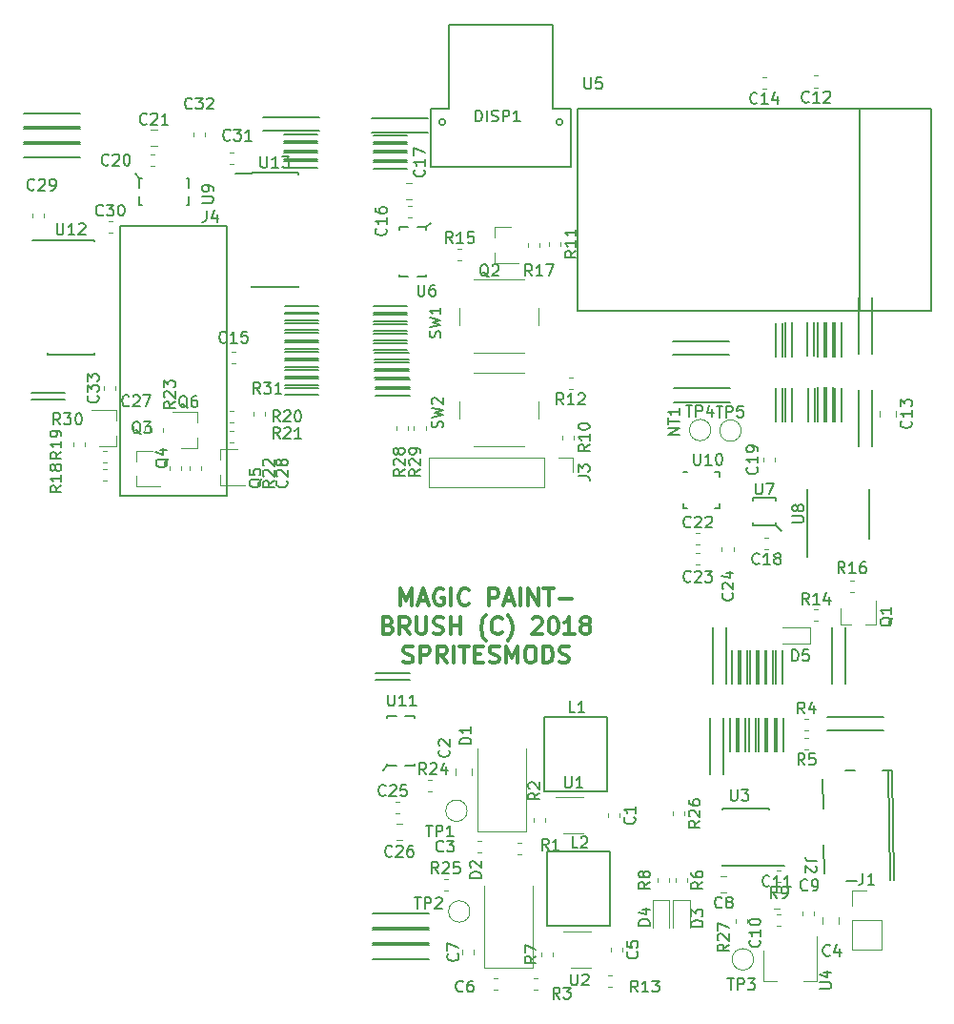
<source format=gto>
G04 #@! TF.GenerationSoftware,KiCad,Pcbnew,5.0.1+dfsg1-3*
G04 #@! TF.CreationDate,2018-12-09T22:02:06+08:00*
G04 #@! TF.ProjectId,magicbrush,6D6167696362727573682E6B69636164,rev?*
G04 #@! TF.SameCoordinates,Original*
G04 #@! TF.FileFunction,Legend,Top*
G04 #@! TF.FilePolarity,Positive*
%FSLAX46Y46*%
G04 Gerber Fmt 4.6, Leading zero omitted, Abs format (unit mm)*
G04 Created by KiCad (PCBNEW 5.0.1+dfsg1-3) date Sun 09 Dec 2018 10:02:06 PM CST*
%MOMM*%
%LPD*%
G01*
G04 APERTURE LIST*
%ADD10C,0.300000*%
%ADD11C,0.150000*%
%ADD12C,0.120000*%
G04 APERTURE END LIST*
D10*
X134092857Y-98528571D02*
X134092857Y-97028571D01*
X134592857Y-98100000D01*
X135092857Y-97028571D01*
X135092857Y-98528571D01*
X135735714Y-98100000D02*
X136450000Y-98100000D01*
X135592857Y-98528571D02*
X136092857Y-97028571D01*
X136592857Y-98528571D01*
X137878571Y-97100000D02*
X137735714Y-97028571D01*
X137521428Y-97028571D01*
X137307142Y-97100000D01*
X137164285Y-97242857D01*
X137092857Y-97385714D01*
X137021428Y-97671428D01*
X137021428Y-97885714D01*
X137092857Y-98171428D01*
X137164285Y-98314285D01*
X137307142Y-98457142D01*
X137521428Y-98528571D01*
X137664285Y-98528571D01*
X137878571Y-98457142D01*
X137950000Y-98385714D01*
X137950000Y-97885714D01*
X137664285Y-97885714D01*
X138592857Y-98528571D02*
X138592857Y-97028571D01*
X140164285Y-98385714D02*
X140092857Y-98457142D01*
X139878571Y-98528571D01*
X139735714Y-98528571D01*
X139521428Y-98457142D01*
X139378571Y-98314285D01*
X139307142Y-98171428D01*
X139235714Y-97885714D01*
X139235714Y-97671428D01*
X139307142Y-97385714D01*
X139378571Y-97242857D01*
X139521428Y-97100000D01*
X139735714Y-97028571D01*
X139878571Y-97028571D01*
X140092857Y-97100000D01*
X140164285Y-97171428D01*
X141950000Y-98528571D02*
X141950000Y-97028571D01*
X142521428Y-97028571D01*
X142664285Y-97100000D01*
X142735714Y-97171428D01*
X142807142Y-97314285D01*
X142807142Y-97528571D01*
X142735714Y-97671428D01*
X142664285Y-97742857D01*
X142521428Y-97814285D01*
X141950000Y-97814285D01*
X143378571Y-98100000D02*
X144092857Y-98100000D01*
X143235714Y-98528571D02*
X143735714Y-97028571D01*
X144235714Y-98528571D01*
X144735714Y-98528571D02*
X144735714Y-97028571D01*
X145450000Y-98528571D02*
X145450000Y-97028571D01*
X146307142Y-98528571D01*
X146307142Y-97028571D01*
X146807142Y-97028571D02*
X147664285Y-97028571D01*
X147235714Y-98528571D02*
X147235714Y-97028571D01*
X148164285Y-97957142D02*
X149307142Y-97957142D01*
X133021428Y-100292857D02*
X133235714Y-100364285D01*
X133307142Y-100435714D01*
X133378571Y-100578571D01*
X133378571Y-100792857D01*
X133307142Y-100935714D01*
X133235714Y-101007142D01*
X133092857Y-101078571D01*
X132521428Y-101078571D01*
X132521428Y-99578571D01*
X133021428Y-99578571D01*
X133164285Y-99650000D01*
X133235714Y-99721428D01*
X133307142Y-99864285D01*
X133307142Y-100007142D01*
X133235714Y-100150000D01*
X133164285Y-100221428D01*
X133021428Y-100292857D01*
X132521428Y-100292857D01*
X134878571Y-101078571D02*
X134378571Y-100364285D01*
X134021428Y-101078571D02*
X134021428Y-99578571D01*
X134592857Y-99578571D01*
X134735714Y-99650000D01*
X134807142Y-99721428D01*
X134878571Y-99864285D01*
X134878571Y-100078571D01*
X134807142Y-100221428D01*
X134735714Y-100292857D01*
X134592857Y-100364285D01*
X134021428Y-100364285D01*
X135521428Y-99578571D02*
X135521428Y-100792857D01*
X135592857Y-100935714D01*
X135664285Y-101007142D01*
X135807142Y-101078571D01*
X136092857Y-101078571D01*
X136235714Y-101007142D01*
X136307142Y-100935714D01*
X136378571Y-100792857D01*
X136378571Y-99578571D01*
X137021428Y-101007142D02*
X137235714Y-101078571D01*
X137592857Y-101078571D01*
X137735714Y-101007142D01*
X137807142Y-100935714D01*
X137878571Y-100792857D01*
X137878571Y-100650000D01*
X137807142Y-100507142D01*
X137735714Y-100435714D01*
X137592857Y-100364285D01*
X137307142Y-100292857D01*
X137164285Y-100221428D01*
X137092857Y-100150000D01*
X137021428Y-100007142D01*
X137021428Y-99864285D01*
X137092857Y-99721428D01*
X137164285Y-99650000D01*
X137307142Y-99578571D01*
X137664285Y-99578571D01*
X137878571Y-99650000D01*
X138521428Y-101078571D02*
X138521428Y-99578571D01*
X138521428Y-100292857D02*
X139378571Y-100292857D01*
X139378571Y-101078571D02*
X139378571Y-99578571D01*
X141664285Y-101650000D02*
X141592857Y-101578571D01*
X141450000Y-101364285D01*
X141378571Y-101221428D01*
X141307142Y-101007142D01*
X141235714Y-100650000D01*
X141235714Y-100364285D01*
X141307142Y-100007142D01*
X141378571Y-99792857D01*
X141450000Y-99650000D01*
X141592857Y-99435714D01*
X141664285Y-99364285D01*
X143092857Y-100935714D02*
X143021428Y-101007142D01*
X142807142Y-101078571D01*
X142664285Y-101078571D01*
X142450000Y-101007142D01*
X142307142Y-100864285D01*
X142235714Y-100721428D01*
X142164285Y-100435714D01*
X142164285Y-100221428D01*
X142235714Y-99935714D01*
X142307142Y-99792857D01*
X142450000Y-99650000D01*
X142664285Y-99578571D01*
X142807142Y-99578571D01*
X143021428Y-99650000D01*
X143092857Y-99721428D01*
X143592857Y-101650000D02*
X143664285Y-101578571D01*
X143807142Y-101364285D01*
X143878571Y-101221428D01*
X143950000Y-101007142D01*
X144021428Y-100650000D01*
X144021428Y-100364285D01*
X143950000Y-100007142D01*
X143878571Y-99792857D01*
X143807142Y-99650000D01*
X143664285Y-99435714D01*
X143592857Y-99364285D01*
X145807142Y-99721428D02*
X145878571Y-99650000D01*
X146021428Y-99578571D01*
X146378571Y-99578571D01*
X146521428Y-99650000D01*
X146592857Y-99721428D01*
X146664285Y-99864285D01*
X146664285Y-100007142D01*
X146592857Y-100221428D01*
X145735714Y-101078571D01*
X146664285Y-101078571D01*
X147592857Y-99578571D02*
X147735714Y-99578571D01*
X147878571Y-99650000D01*
X147950000Y-99721428D01*
X148021428Y-99864285D01*
X148092857Y-100150000D01*
X148092857Y-100507142D01*
X148021428Y-100792857D01*
X147950000Y-100935714D01*
X147878571Y-101007142D01*
X147735714Y-101078571D01*
X147592857Y-101078571D01*
X147450000Y-101007142D01*
X147378571Y-100935714D01*
X147307142Y-100792857D01*
X147235714Y-100507142D01*
X147235714Y-100150000D01*
X147307142Y-99864285D01*
X147378571Y-99721428D01*
X147450000Y-99650000D01*
X147592857Y-99578571D01*
X149521428Y-101078571D02*
X148664285Y-101078571D01*
X149092857Y-101078571D02*
X149092857Y-99578571D01*
X148950000Y-99792857D01*
X148807142Y-99935714D01*
X148664285Y-100007142D01*
X150378571Y-100221428D02*
X150235714Y-100150000D01*
X150164285Y-100078571D01*
X150092857Y-99935714D01*
X150092857Y-99864285D01*
X150164285Y-99721428D01*
X150235714Y-99650000D01*
X150378571Y-99578571D01*
X150664285Y-99578571D01*
X150807142Y-99650000D01*
X150878571Y-99721428D01*
X150950000Y-99864285D01*
X150950000Y-99935714D01*
X150878571Y-100078571D01*
X150807142Y-100150000D01*
X150664285Y-100221428D01*
X150378571Y-100221428D01*
X150235714Y-100292857D01*
X150164285Y-100364285D01*
X150092857Y-100507142D01*
X150092857Y-100792857D01*
X150164285Y-100935714D01*
X150235714Y-101007142D01*
X150378571Y-101078571D01*
X150664285Y-101078571D01*
X150807142Y-101007142D01*
X150878571Y-100935714D01*
X150950000Y-100792857D01*
X150950000Y-100507142D01*
X150878571Y-100364285D01*
X150807142Y-100292857D01*
X150664285Y-100221428D01*
X134342857Y-103557142D02*
X134557142Y-103628571D01*
X134914285Y-103628571D01*
X135057142Y-103557142D01*
X135128571Y-103485714D01*
X135200000Y-103342857D01*
X135200000Y-103200000D01*
X135128571Y-103057142D01*
X135057142Y-102985714D01*
X134914285Y-102914285D01*
X134628571Y-102842857D01*
X134485714Y-102771428D01*
X134414285Y-102700000D01*
X134342857Y-102557142D01*
X134342857Y-102414285D01*
X134414285Y-102271428D01*
X134485714Y-102200000D01*
X134628571Y-102128571D01*
X134985714Y-102128571D01*
X135200000Y-102200000D01*
X135842857Y-103628571D02*
X135842857Y-102128571D01*
X136414285Y-102128571D01*
X136557142Y-102200000D01*
X136628571Y-102271428D01*
X136700000Y-102414285D01*
X136700000Y-102628571D01*
X136628571Y-102771428D01*
X136557142Y-102842857D01*
X136414285Y-102914285D01*
X135842857Y-102914285D01*
X138200000Y-103628571D02*
X137700000Y-102914285D01*
X137342857Y-103628571D02*
X137342857Y-102128571D01*
X137914285Y-102128571D01*
X138057142Y-102200000D01*
X138128571Y-102271428D01*
X138200000Y-102414285D01*
X138200000Y-102628571D01*
X138128571Y-102771428D01*
X138057142Y-102842857D01*
X137914285Y-102914285D01*
X137342857Y-102914285D01*
X138842857Y-103628571D02*
X138842857Y-102128571D01*
X139342857Y-102128571D02*
X140200000Y-102128571D01*
X139771428Y-103628571D02*
X139771428Y-102128571D01*
X140700000Y-102842857D02*
X141200000Y-102842857D01*
X141414285Y-103628571D02*
X140700000Y-103628571D01*
X140700000Y-102128571D01*
X141414285Y-102128571D01*
X141985714Y-103557142D02*
X142200000Y-103628571D01*
X142557142Y-103628571D01*
X142700000Y-103557142D01*
X142771428Y-103485714D01*
X142842857Y-103342857D01*
X142842857Y-103200000D01*
X142771428Y-103057142D01*
X142700000Y-102985714D01*
X142557142Y-102914285D01*
X142271428Y-102842857D01*
X142128571Y-102771428D01*
X142057142Y-102700000D01*
X141985714Y-102557142D01*
X141985714Y-102414285D01*
X142057142Y-102271428D01*
X142128571Y-102200000D01*
X142271428Y-102128571D01*
X142628571Y-102128571D01*
X142842857Y-102200000D01*
X143485714Y-103628571D02*
X143485714Y-102128571D01*
X143985714Y-103200000D01*
X144485714Y-102128571D01*
X144485714Y-103628571D01*
X145485714Y-102128571D02*
X145771428Y-102128571D01*
X145914285Y-102200000D01*
X146057142Y-102342857D01*
X146128571Y-102628571D01*
X146128571Y-103128571D01*
X146057142Y-103414285D01*
X145914285Y-103557142D01*
X145771428Y-103628571D01*
X145485714Y-103628571D01*
X145342857Y-103557142D01*
X145200000Y-103414285D01*
X145128571Y-103128571D01*
X145128571Y-102628571D01*
X145200000Y-102342857D01*
X145342857Y-102200000D01*
X145485714Y-102128571D01*
X146771428Y-103628571D02*
X146771428Y-102128571D01*
X147128571Y-102128571D01*
X147342857Y-102200000D01*
X147485714Y-102342857D01*
X147557142Y-102485714D01*
X147628571Y-102771428D01*
X147628571Y-102985714D01*
X147557142Y-103271428D01*
X147485714Y-103414285D01*
X147342857Y-103557142D01*
X147128571Y-103628571D01*
X146771428Y-103628571D01*
X148200000Y-103557142D02*
X148414285Y-103628571D01*
X148771428Y-103628571D01*
X148914285Y-103557142D01*
X148985714Y-103485714D01*
X149057142Y-103342857D01*
X149057142Y-103200000D01*
X148985714Y-103057142D01*
X148914285Y-102985714D01*
X148771428Y-102914285D01*
X148485714Y-102842857D01*
X148342857Y-102771428D01*
X148271428Y-102700000D01*
X148200000Y-102557142D01*
X148200000Y-102414285D01*
X148271428Y-102271428D01*
X148342857Y-102200000D01*
X148485714Y-102128571D01*
X148842857Y-102128571D01*
X149057142Y-102200000D01*
D11*
G04 #@! TO.C,J4*
X118650000Y-64800000D02*
X109150000Y-64800000D01*
X118650000Y-88800000D02*
X118650000Y-64800000D01*
X109150000Y-88800000D02*
X118650000Y-88800000D01*
X109150000Y-64800000D02*
X109150000Y-88800000D01*
D12*
G04 #@! TO.C,C33*
X108760000Y-79421267D02*
X108760000Y-79078733D01*
X107740000Y-79421267D02*
X107740000Y-79078733D01*
G04 #@! TO.C,C15*
X119421267Y-77010000D02*
X119078733Y-77010000D01*
X119421267Y-75990000D02*
X119078733Y-75990000D01*
D11*
G04 #@! TO.C,X69*
X177000000Y-109600000D02*
X172000000Y-109600000D01*
X177000000Y-108400000D02*
X172000000Y-108400000D01*
G04 #@! TO.C,X70*
X173600000Y-105500000D02*
X173600000Y-100500000D01*
X172400000Y-105500000D02*
X172400000Y-100500000D01*
D12*
G04 #@! TO.C,R30*
X106010000Y-84412779D02*
X106010000Y-84087221D01*
X104990000Y-84412779D02*
X104990000Y-84087221D01*
G04 #@! TO.C,R31*
X120990000Y-81662779D02*
X120990000Y-81337221D01*
X122010000Y-81662779D02*
X122010000Y-81337221D01*
D11*
G04 #@! TO.C,J2*
X177584111Y-122888178D02*
X177414823Y-113189655D01*
X177934930Y-122932062D02*
X177763897Y-113133555D01*
X177763897Y-113133555D02*
X176914026Y-113148389D01*
X174464399Y-113191147D02*
X173564537Y-113206855D01*
X171577058Y-113941653D02*
X171622434Y-116541257D01*
X171678282Y-119740769D02*
X171722785Y-122290381D01*
X173685578Y-123006235D02*
X174585441Y-122990528D01*
D12*
G04 #@! TO.C,R28*
X134710000Y-82962779D02*
X134710000Y-82637221D01*
X133690000Y-82962779D02*
X133690000Y-82637221D01*
G04 #@! TO.C,R29*
X135290000Y-82962779D02*
X135290000Y-82637221D01*
X136310000Y-82962779D02*
X136310000Y-82637221D01*
G04 #@! TO.C,J3*
X136610000Y-85370000D02*
X136610000Y-88030000D01*
X146830000Y-85370000D02*
X136610000Y-85370000D01*
X146830000Y-88030000D02*
X136610000Y-88030000D01*
X146830000Y-85370000D02*
X146830000Y-88030000D01*
X148100000Y-85370000D02*
X149430000Y-85370000D01*
X149430000Y-85370000D02*
X149430000Y-86700000D01*
D11*
G04 #@! TO.C,DISP1*
X138082843Y-55600000D02*
G75*
G03X138082843Y-55600000I-282843J0D01*
G01*
X148482843Y-55600000D02*
G75*
G03X148482843Y-55600000I-282843J0D01*
G01*
X149200000Y-54400000D02*
X149200000Y-59600000D01*
X147600000Y-54400000D02*
X149200000Y-54400000D01*
X147600000Y-47000000D02*
X147600000Y-54400000D01*
X138400000Y-47000000D02*
X147600000Y-47000000D01*
X138400000Y-54400000D02*
X138400000Y-47000000D01*
X136800000Y-54400000D02*
X138400000Y-54400000D01*
X136800000Y-59600000D02*
X136800000Y-54400000D01*
X149200000Y-59600000D02*
X136800000Y-59600000D01*
G04 #@! TO.C,X66*
X131875001Y-79100000D02*
X134875001Y-79100000D01*
X131875001Y-78500000D02*
X134875001Y-78500000D01*
G04 #@! TO.C,X65*
X131875001Y-79900000D02*
X134875001Y-79900000D01*
X131875001Y-79300000D02*
X134875001Y-79300000D01*
G04 #@! TO.C,X67*
X101275001Y-80225001D02*
X104275001Y-80225001D01*
X101275001Y-79625001D02*
X104275001Y-79625001D01*
G04 #@! TO.C,X68*
X131900000Y-105100000D02*
X134900000Y-105100000D01*
X131900000Y-104500000D02*
X134900000Y-104500000D01*
G04 #@! TO.C,X64*
X123800000Y-79000000D02*
X126800000Y-79000000D01*
X123800000Y-78400000D02*
X126800000Y-78400000D01*
G04 #@! TO.C,X63*
X123800000Y-79800000D02*
X126800000Y-79800000D01*
X123800000Y-79200000D02*
X126800000Y-79200000D01*
G04 #@! TO.C,X61*
X168025001Y-76424999D02*
X168025001Y-73424999D01*
X167425001Y-76424999D02*
X167425001Y-73424999D01*
G04 #@! TO.C,X62*
X168000000Y-82200000D02*
X168000000Y-79200000D01*
X167400000Y-82200000D02*
X167400000Y-79200000D01*
G04 #@! TO.C,X56*
X168100000Y-111500000D02*
X168100000Y-108500000D01*
X167500000Y-111500000D02*
X167500000Y-108500000D01*
G04 #@! TO.C,X54*
X173300000Y-76400000D02*
X173300000Y-73400000D01*
X172700000Y-76400000D02*
X172700000Y-73400000D01*
G04 #@! TO.C,X60*
X172700000Y-79200000D02*
X172700000Y-82200000D01*
X173300000Y-79200000D02*
X173300000Y-82200000D01*
G04 #@! TO.C,X59*
X168000000Y-105500000D02*
X168000000Y-102500000D01*
X167400000Y-105500000D02*
X167400000Y-102500000D01*
G04 #@! TO.C,X55*
X170787455Y-76378037D02*
X170787455Y-73378037D01*
X170187455Y-76378037D02*
X170187455Y-73378037D01*
G04 #@! TO.C,X53*
X170900000Y-82200000D02*
X170900000Y-79200000D01*
X170300000Y-82200000D02*
X170300000Y-79200000D01*
G04 #@! TO.C,X57*
X161600000Y-113500000D02*
X161600000Y-108500000D01*
X162800000Y-113500000D02*
X162800000Y-108500000D01*
G04 #@! TO.C,X58*
X161800000Y-105500000D02*
X161800000Y-100500000D01*
X163000000Y-105500000D02*
X163000000Y-100500000D01*
G04 #@! TO.C,X51*
X167300000Y-111500000D02*
X167300000Y-108500000D01*
X166700000Y-111500000D02*
X166700000Y-108500000D01*
G04 #@! TO.C,X52*
X167200000Y-105500000D02*
X167200000Y-102500000D01*
X166600000Y-105500000D02*
X166600000Y-102500000D01*
G04 #@! TO.C,X50*
X163374999Y-108500000D02*
X163374999Y-111500000D01*
X163974999Y-108500000D02*
X163974999Y-111500000D01*
G04 #@! TO.C,X49*
X164124999Y-108500000D02*
X164124999Y-111500000D01*
X164724999Y-108500000D02*
X164724999Y-111500000D01*
G04 #@! TO.C,U8*
X170200000Y-94175000D02*
X170200000Y-88200000D01*
X175725000Y-92600000D02*
X175725000Y-88200000D01*
G04 #@! TO.C,U10*
X159190000Y-86700000D02*
X159590000Y-86700000D01*
X162390000Y-86700000D02*
X161990000Y-86700000D01*
X162390000Y-86700000D02*
X162390000Y-87100000D01*
X162390000Y-89900000D02*
X161990000Y-89900000D01*
X162390000Y-89900000D02*
X162390000Y-89500000D01*
X159190000Y-89900000D02*
X159590000Y-89900000D01*
X159190000Y-89900000D02*
X159190000Y-89500000D01*
G04 #@! TO.C,X47*
X174750000Y-84350000D02*
X174750000Y-79350000D01*
X175950000Y-84350000D02*
X175950000Y-79350000D01*
G04 #@! TO.C,X48*
X163300000Y-76250000D02*
X158300000Y-76250000D01*
X163300000Y-75050000D02*
X158300000Y-75050000D01*
D12*
G04 #@! TO.C,C8*
X163061252Y-122590000D02*
X162538748Y-122590000D01*
X163061252Y-124010000D02*
X162538748Y-124010000D01*
D11*
G04 #@! TO.C,X29*
X121850000Y-55200000D02*
X126850000Y-55200000D01*
X121850000Y-56400000D02*
X126850000Y-56400000D01*
G04 #@! TO.C,X45*
X165700000Y-105500000D02*
X165700000Y-102500000D01*
X165100000Y-105500000D02*
X165100000Y-102500000D01*
G04 #@! TO.C,X43*
X168900000Y-82200000D02*
X168900000Y-79200000D01*
X168300000Y-82200000D02*
X168300000Y-79200000D01*
G04 #@! TO.C,X42*
X166500000Y-105500000D02*
X166500000Y-102500000D01*
X165900000Y-105500000D02*
X165900000Y-102500000D01*
G04 #@! TO.C,X41*
X166500000Y-111500000D02*
X166500000Y-108500000D01*
X165900000Y-111500000D02*
X165900000Y-108500000D01*
G04 #@! TO.C,X40*
X131800000Y-78300000D02*
X134800000Y-78300000D01*
X131800000Y-77700000D02*
X134800000Y-77700000D01*
G04 #@! TO.C,X39*
X164900000Y-105500000D02*
X164900000Y-102500000D01*
X164300000Y-105500000D02*
X164300000Y-102500000D01*
G04 #@! TO.C,X38*
X123800000Y-78200000D02*
X126800000Y-78200000D01*
X123800000Y-77600000D02*
X126800000Y-77600000D01*
G04 #@! TO.C,X37*
X131800000Y-77500000D02*
X134800000Y-77500000D01*
X131800000Y-76900000D02*
X134800000Y-76900000D01*
G04 #@! TO.C,X36*
X164100000Y-105500000D02*
X164100000Y-102500000D01*
X163500000Y-105500000D02*
X163500000Y-102500000D01*
G04 #@! TO.C,X35*
X123800000Y-77400000D02*
X126800000Y-77400000D01*
X123800000Y-76800000D02*
X126800000Y-76800000D01*
G04 #@! TO.C,X46*
X165625001Y-111500000D02*
X165625001Y-108500000D01*
X165025001Y-111500000D02*
X165025001Y-108500000D01*
G04 #@! TO.C,X44*
X168900000Y-76400000D02*
X168900000Y-73400000D01*
X168300000Y-76400000D02*
X168300000Y-73400000D01*
G04 #@! TO.C,X34*
X172475001Y-76394999D02*
X172475001Y-73394999D01*
X171875001Y-76394999D02*
X171875001Y-73394999D01*
G04 #@! TO.C,X32*
X172475001Y-82174999D02*
X172475001Y-79174999D01*
X171875001Y-82174999D02*
X171875001Y-79174999D01*
G04 #@! TO.C,X31*
X171725001Y-82174999D02*
X171725001Y-79174999D01*
X171125001Y-82174999D02*
X171125001Y-79174999D01*
G04 #@! TO.C,X33*
X171725001Y-76394999D02*
X171725001Y-73394999D01*
X171125001Y-76394999D02*
X171125001Y-73394999D01*
G04 #@! TO.C,X21*
X123800000Y-73200000D02*
X126800000Y-73200000D01*
X123800000Y-72600000D02*
X126800000Y-72600000D01*
G04 #@! TO.C,X22*
X123800000Y-74050000D02*
X126800000Y-74050000D01*
X123800000Y-73450000D02*
X126800000Y-73450000D01*
G04 #@! TO.C,X28*
X131600000Y-128700000D02*
X136600000Y-128700000D01*
X131600000Y-129900000D02*
X136600000Y-129900000D01*
G04 #@! TO.C,X27*
X100600000Y-54850000D02*
X105600000Y-54850000D01*
X100600000Y-56050000D02*
X105600000Y-56050000D01*
G04 #@! TO.C,X26*
X131600000Y-125900000D02*
X136600000Y-125900000D01*
X131600000Y-127100000D02*
X136600000Y-127100000D01*
G04 #@! TO.C,X24*
X158350000Y-79250000D02*
X163350000Y-79250000D01*
X158350000Y-80450000D02*
X163350000Y-80450000D01*
G04 #@! TO.C,X25*
X100600000Y-56200000D02*
X105600000Y-56200000D01*
X100600000Y-57400000D02*
X105600000Y-57400000D01*
G04 #@! TO.C,X23*
X175950000Y-71200000D02*
X175950000Y-76200000D01*
X174750000Y-71200000D02*
X174750000Y-76200000D01*
G04 #@! TO.C,X12*
X100600000Y-57550000D02*
X105600000Y-57550000D01*
X100600000Y-58750000D02*
X105600000Y-58750000D01*
G04 #@! TO.C,X11*
X131600000Y-127300000D02*
X136600000Y-127300000D01*
X131600000Y-128500000D02*
X136600000Y-128500000D01*
G04 #@! TO.C,X30*
X131500000Y-55300000D02*
X136500000Y-55300000D01*
X131500000Y-56500000D02*
X136500000Y-56500000D01*
G04 #@! TO.C,X10*
X131700000Y-74150000D02*
X134700000Y-74150000D01*
X131700000Y-73550000D02*
X134700000Y-73550000D01*
G04 #@! TO.C,X9*
X131700000Y-73300000D02*
X134700000Y-73300000D01*
X131700000Y-72700000D02*
X134700000Y-72700000D01*
G04 #@! TO.C,X19*
X123800000Y-76600000D02*
X126800000Y-76600000D01*
X123800000Y-76000000D02*
X126800000Y-76000000D01*
G04 #@! TO.C,X18*
X131700000Y-75850000D02*
X134700000Y-75850000D01*
X131700000Y-75250000D02*
X134700000Y-75250000D01*
G04 #@! TO.C,X17*
X131700000Y-75000000D02*
X134700000Y-75000000D01*
X131700000Y-74400000D02*
X134700000Y-74400000D01*
G04 #@! TO.C,X16*
X131700000Y-59750000D02*
X134700000Y-59750000D01*
X131700000Y-59150000D02*
X134700000Y-59150000D01*
G04 #@! TO.C,X15*
X131700000Y-58950000D02*
X134700000Y-58950000D01*
X131700000Y-58350000D02*
X134700000Y-58350000D01*
G04 #@! TO.C,X14*
X123700000Y-58100000D02*
X126700000Y-58100000D01*
X123700000Y-57500000D02*
X126700000Y-57500000D01*
G04 #@! TO.C,X13*
X131700000Y-57350000D02*
X134700000Y-57350000D01*
X131700000Y-56750000D02*
X134700000Y-56750000D01*
G04 #@! TO.C,X8*
X123800000Y-72500000D02*
X126800000Y-72500000D01*
X123800000Y-71900000D02*
X126800000Y-71900000D01*
G04 #@! TO.C,X7*
X131800000Y-76700000D02*
X134800000Y-76700000D01*
X131800000Y-76100000D02*
X134800000Y-76100000D01*
G04 #@! TO.C,X6*
X123800000Y-75750000D02*
X126800000Y-75750000D01*
X123800000Y-75150000D02*
X126800000Y-75150000D01*
G04 #@! TO.C,X5*
X123800000Y-74950000D02*
X126800000Y-74950000D01*
X123800000Y-74350000D02*
X126800000Y-74350000D01*
G04 #@! TO.C,X4*
X123700000Y-59700000D02*
X126700000Y-59700000D01*
X123700000Y-59100000D02*
X126700000Y-59100000D01*
G04 #@! TO.C,X3*
X123700000Y-58900000D02*
X126700000Y-58900000D01*
X123700000Y-58300000D02*
X126700000Y-58300000D01*
G04 #@! TO.C,X2*
X131700000Y-58150000D02*
X134700000Y-58150000D01*
X131700000Y-57550000D02*
X134700000Y-57550000D01*
G04 #@! TO.C,X1*
X123700000Y-57300000D02*
X126700000Y-57300000D01*
X123700000Y-56700000D02*
X126700000Y-56700000D01*
G04 #@! TO.C,X20*
X131700000Y-72500000D02*
X134700000Y-72500000D01*
X131700000Y-71900000D02*
X134700000Y-71900000D01*
D12*
G04 #@! TO.C,SW1*
X146350000Y-73600000D02*
X146350000Y-72100000D01*
X145100000Y-69600000D02*
X140600000Y-69600000D01*
X139350000Y-72100000D02*
X139350000Y-73600000D01*
X140600000Y-76100000D02*
X145100000Y-76100000D01*
G04 #@! TO.C,SW2*
X146350000Y-81900000D02*
X146350000Y-80400000D01*
X145100000Y-77900000D02*
X140600000Y-77900000D01*
X139350000Y-80400000D02*
X139350000Y-81900000D01*
X140600000Y-84400000D02*
X145100000Y-84400000D01*
G04 #@! TO.C,C3*
X141226727Y-119444376D02*
X140884193Y-119444376D01*
X141226727Y-120464376D02*
X140884193Y-120464376D01*
G04 #@! TO.C,C5*
X152790000Y-128928733D02*
X152790000Y-129271267D01*
X153810000Y-128928733D02*
X153810000Y-129271267D01*
G04 #@! TO.C,C6*
X142671267Y-131590000D02*
X142328733Y-131590000D01*
X142671267Y-132610000D02*
X142328733Y-132610000D01*
G04 #@! TO.C,C7*
X139590000Y-129128733D02*
X139590000Y-129471267D01*
X140610000Y-129128733D02*
X140610000Y-129471267D01*
G04 #@! TO.C,C9*
X169790000Y-125728733D02*
X169790000Y-126071267D01*
X170810000Y-125728733D02*
X170810000Y-126071267D01*
G04 #@! TO.C,C10*
X167528733Y-127010000D02*
X167871267Y-127010000D01*
X167528733Y-125990000D02*
X167871267Y-125990000D01*
G04 #@! TO.C,C1*
X152545460Y-116983109D02*
X152545460Y-117325643D01*
X153565460Y-116983109D02*
X153565460Y-117325643D01*
G04 #@! TO.C,C20*
X111878733Y-59460000D02*
X112221267Y-59460000D01*
X111878733Y-58440000D02*
X112221267Y-58440000D01*
G04 #@! TO.C,C32*
X115690000Y-56528733D02*
X115690000Y-56871267D01*
X116710000Y-56528733D02*
X116710000Y-56871267D01*
G04 #@! TO.C,C30*
X108128733Y-65410000D02*
X108471267Y-65410000D01*
X108128733Y-64390000D02*
X108471267Y-64390000D01*
G04 #@! TO.C,C29*
X102410000Y-64071267D02*
X102410000Y-63728733D01*
X101390000Y-64071267D02*
X101390000Y-63728733D01*
G04 #@! TO.C,C25*
X134021267Y-115940000D02*
X133678733Y-115940000D01*
X134021267Y-116960000D02*
X133678733Y-116960000D01*
G04 #@! TO.C,C24*
X162640000Y-93328733D02*
X162640000Y-93671267D01*
X163660000Y-93328733D02*
X163660000Y-93671267D01*
G04 #@! TO.C,C23*
X160328733Y-94910000D02*
X160671267Y-94910000D01*
X160328733Y-93890000D02*
X160671267Y-93890000D01*
G04 #@! TO.C,C22*
X160328733Y-93110000D02*
X160671267Y-93110000D01*
X160328733Y-92090000D02*
X160671267Y-92090000D01*
G04 #@! TO.C,C19*
X167310000Y-85771267D02*
X167310000Y-85428733D01*
X166290000Y-85771267D02*
X166290000Y-85428733D01*
G04 #@! TO.C,C18*
X166771267Y-92490000D02*
X166428733Y-92490000D01*
X166771267Y-93510000D02*
X166428733Y-93510000D01*
G04 #@! TO.C,C16*
X134728733Y-64060000D02*
X135071267Y-64060000D01*
X134728733Y-63040000D02*
X135071267Y-63040000D01*
G04 #@! TO.C,C14*
X166571267Y-51584999D02*
X166228733Y-51584999D01*
X166571267Y-52604999D02*
X166228733Y-52604999D01*
G04 #@! TO.C,C12*
X171171267Y-51490000D02*
X170828733Y-51490000D01*
X171171267Y-52510000D02*
X170828733Y-52510000D01*
G04 #@! TO.C,C31*
X119271267Y-58290000D02*
X118928733Y-58290000D01*
X119271267Y-59310000D02*
X118928733Y-59310000D01*
G04 #@! TO.C,C11*
X167238748Y-125410000D02*
X167761252Y-125410000D01*
X167238748Y-123990000D02*
X167761252Y-123990000D01*
G04 #@! TO.C,C13*
X176690000Y-81238748D02*
X176690000Y-81761252D01*
X178110000Y-81238748D02*
X178110000Y-81761252D01*
G04 #@! TO.C,C17*
X134538748Y-62460000D02*
X135061252Y-62460000D01*
X134538748Y-61040000D02*
X135061252Y-61040000D01*
G04 #@! TO.C,C4*
X171590000Y-126238748D02*
X171590000Y-126761252D01*
X173010000Y-126238748D02*
X173010000Y-126761252D01*
G04 #@! TO.C,C21*
X111913749Y-57735001D02*
X112436253Y-57735001D01*
X111913749Y-56315001D02*
X112436253Y-56315001D01*
G04 #@! TO.C,C26*
X134236252Y-117940000D02*
X133713748Y-117940000D01*
X134236252Y-119360000D02*
X133713748Y-119360000D01*
G04 #@! TO.C,C2*
X140410000Y-113561252D02*
X140410000Y-113038748D01*
X138990000Y-113561252D02*
X138990000Y-113038748D01*
G04 #@! TO.C,J1*
X174170000Y-123870000D02*
X175500000Y-123870000D01*
X174170000Y-125200000D02*
X174170000Y-123870000D01*
X174170000Y-126470000D02*
X176830000Y-126470000D01*
X176830000Y-126470000D02*
X176830000Y-129070000D01*
X174170000Y-126470000D02*
X174170000Y-129070000D01*
X174170000Y-129070000D02*
X176830000Y-129070000D01*
G04 #@! TO.C,D2*
X141550000Y-130700000D02*
X141550000Y-123400000D01*
X145850000Y-130700000D02*
X145850000Y-123400000D01*
X141550000Y-130700000D02*
X145850000Y-130700000D01*
G04 #@! TO.C,D1*
X140905460Y-118554376D02*
X140905460Y-111254376D01*
X145205460Y-118554376D02*
X145205460Y-111254376D01*
X140905460Y-118554376D02*
X145205460Y-118554376D01*
D11*
G04 #@! TO.C,U7*
X167400000Y-91450000D02*
X167900000Y-91950000D01*
X167400000Y-88950000D02*
X167400000Y-89200000D01*
X165400000Y-88950000D02*
X167400000Y-88950000D01*
X165400000Y-89200000D02*
X165400000Y-88950000D01*
X165400000Y-91450000D02*
X165400000Y-91200000D01*
X165650000Y-91450000D02*
X165400000Y-91450000D01*
X167400000Y-91450000D02*
X165650000Y-91450000D01*
X167400000Y-91200000D02*
X167400000Y-91450000D01*
G04 #@! TO.C,U5*
X174900000Y-54400000D02*
X174900000Y-72400000D01*
X181200000Y-72400000D02*
X181200000Y-63400000D01*
X149800000Y-72400000D02*
X181200000Y-72400000D01*
X149800000Y-54400000D02*
X149800000Y-72400000D01*
X181200000Y-54400000D02*
X149800000Y-54400000D01*
X181200000Y-63400000D02*
X181200000Y-54400000D01*
G04 #@! TO.C,L1*
X146855460Y-115054376D02*
X146855460Y-108454376D01*
X152455460Y-115054376D02*
X146855460Y-115054376D01*
X152455460Y-108454376D02*
X152455460Y-115054376D01*
X146855460Y-108454376D02*
X152455460Y-108454376D01*
G04 #@! TO.C,L2*
X147100000Y-127000000D02*
X147100000Y-120400000D01*
X152700000Y-127000000D02*
X147100000Y-127000000D01*
X152700000Y-120400000D02*
X152700000Y-127000000D01*
X147100000Y-120400000D02*
X152700000Y-120400000D01*
G04 #@! TO.C,U11*
X132900000Y-112750000D02*
X132500000Y-113150000D01*
X132900000Y-108350000D02*
X132900000Y-108550000D01*
X133700000Y-108350000D02*
X132900000Y-108350000D01*
X135300000Y-108350000D02*
X134500000Y-108350000D01*
X135300000Y-108550000D02*
X135300000Y-108350000D01*
X135300000Y-112750000D02*
X135300000Y-112550000D01*
X134500000Y-112750000D02*
X135300000Y-112750000D01*
X132900000Y-112750000D02*
X132900000Y-112550000D01*
X133700000Y-112750000D02*
X132900000Y-112750000D01*
G04 #@! TO.C,U9*
X110900000Y-60600000D02*
X110500000Y-60200000D01*
X115300000Y-60600000D02*
X115100000Y-60600000D01*
X115300000Y-61400000D02*
X115300000Y-60600000D01*
X115300000Y-63000000D02*
X115300000Y-62200000D01*
X115100000Y-63000000D02*
X115300000Y-63000000D01*
X110900000Y-63000000D02*
X111100000Y-63000000D01*
X110900000Y-62200000D02*
X110900000Y-63000000D01*
X110900000Y-60600000D02*
X111100000Y-60600000D01*
X110900000Y-61400000D02*
X110900000Y-60600000D01*
G04 #@! TO.C,U6*
X136350000Y-64950000D02*
X136750000Y-64550000D01*
X136350000Y-69350000D02*
X136350000Y-69150000D01*
X135550000Y-69350000D02*
X136350000Y-69350000D01*
X133950000Y-69350000D02*
X134750000Y-69350000D01*
X133950000Y-69150000D02*
X133950000Y-69350000D01*
X133950000Y-64950000D02*
X133950000Y-65150000D01*
X134750000Y-64950000D02*
X133950000Y-64950000D01*
X136350000Y-64950000D02*
X136350000Y-65150000D01*
X135550000Y-64950000D02*
X136350000Y-64950000D01*
D12*
G04 #@! TO.C,D4*
X156513682Y-124650238D02*
X156513682Y-127110238D01*
X157983682Y-124650238D02*
X156513682Y-124650238D01*
X157983682Y-127110238D02*
X157983682Y-124650238D01*
G04 #@! TO.C,D5*
X170460000Y-100465000D02*
X168000000Y-100465000D01*
X170460000Y-101935000D02*
X170460000Y-100465000D01*
X168000000Y-101935000D02*
X170460000Y-101935000D01*
G04 #@! TO.C,D3*
X158313682Y-124650238D02*
X158313682Y-127110238D01*
X159783682Y-124650238D02*
X158313682Y-124650238D01*
X159783682Y-127110238D02*
X159783682Y-124650238D01*
D11*
G04 #@! TO.C,U13*
X120825000Y-60150000D02*
X119450000Y-60150000D01*
X120825000Y-70275000D02*
X124975000Y-70275000D01*
X120825000Y-60125000D02*
X124975000Y-60125000D01*
X120825000Y-70275000D02*
X120825000Y-70170000D01*
X124975000Y-70275000D02*
X124975000Y-70170000D01*
X124975000Y-60125000D02*
X124975000Y-60230000D01*
X120825000Y-60125000D02*
X120825000Y-60150000D01*
G04 #@! TO.C,U12*
X102725000Y-66100000D02*
X101350000Y-66100000D01*
X102725000Y-76225000D02*
X106875000Y-76225000D01*
X102725000Y-66075000D02*
X106875000Y-66075000D01*
X102725000Y-76225000D02*
X102725000Y-76120000D01*
X106875000Y-76225000D02*
X106875000Y-76120000D01*
X106875000Y-66075000D02*
X106875000Y-66180000D01*
X102725000Y-66075000D02*
X102725000Y-66100000D01*
G04 #@! TO.C,U3*
X166825000Y-121625000D02*
X168225000Y-121625000D01*
X166825000Y-116525000D02*
X162675000Y-116525000D01*
X166825000Y-121675000D02*
X162675000Y-121675000D01*
X166825000Y-116525000D02*
X166825000Y-116670000D01*
X162675000Y-116525000D02*
X162675000Y-116670000D01*
X162675000Y-121675000D02*
X162675000Y-121530000D01*
X166825000Y-121675000D02*
X166825000Y-121625000D01*
D12*
G04 #@! TO.C,Q6*
X116012571Y-84534703D02*
X114552571Y-84534703D01*
X116012571Y-81374703D02*
X113852571Y-81374703D01*
X116012571Y-81374703D02*
X116012571Y-82304703D01*
X116012571Y-84534703D02*
X116012571Y-83604703D01*
G04 #@! TO.C,Q5*
X110592571Y-84799703D02*
X112052571Y-84799703D01*
X110592571Y-87959703D02*
X112752571Y-87959703D01*
X110592571Y-87959703D02*
X110592571Y-87029703D01*
X110592571Y-84799703D02*
X110592571Y-85729703D01*
G04 #@! TO.C,Q2*
X142436383Y-64953752D02*
X143896383Y-64953752D01*
X142436383Y-68113752D02*
X144596383Y-68113752D01*
X142436383Y-68113752D02*
X142436383Y-67183752D01*
X142436383Y-64953752D02*
X142436383Y-65883752D01*
G04 #@! TO.C,Q3*
X108812571Y-84359703D02*
X107352571Y-84359703D01*
X108812571Y-81199703D02*
X106652571Y-81199703D01*
X108812571Y-81199703D02*
X108812571Y-82129703D01*
X108812571Y-84359703D02*
X108812571Y-83429703D01*
G04 #@! TO.C,Q1*
X173170000Y-100260000D02*
X173170000Y-98800000D01*
X176330000Y-100260000D02*
X176330000Y-98100000D01*
X176330000Y-100260000D02*
X175400000Y-100260000D01*
X173170000Y-100260000D02*
X174100000Y-100260000D01*
G04 #@! TO.C,Q4*
X118092571Y-84670000D02*
X119552571Y-84670000D01*
X118092571Y-87830000D02*
X120252571Y-87830000D01*
X118092571Y-87830000D02*
X118092571Y-86900000D01*
X118092571Y-84670000D02*
X118092571Y-85600000D01*
G04 #@! TO.C,U1*
X150355460Y-115544376D02*
X147905460Y-115544376D01*
X148555460Y-118764376D02*
X150355460Y-118764376D01*
G04 #@! TO.C,U2*
X151000000Y-127490000D02*
X148550000Y-127490000D01*
X149200000Y-130710000D02*
X151000000Y-130710000D01*
G04 #@! TO.C,U4*
X171100000Y-131880000D02*
X169900000Y-131880000D01*
X171100000Y-127880000D02*
X171100000Y-131880000D01*
X166300000Y-131880000D02*
X166300000Y-129180000D01*
X167500000Y-131880000D02*
X166300000Y-131880000D01*
G04 #@! TO.C,R4*
X169987221Y-109610000D02*
X170312779Y-109610000D01*
X169987221Y-108590000D02*
X170312779Y-108590000D01*
G04 #@! TO.C,R14*
X170837221Y-99910000D02*
X171162779Y-99910000D01*
X170837221Y-98890000D02*
X171162779Y-98890000D01*
G04 #@! TO.C,R20*
X119215350Y-81244703D02*
X118889792Y-81244703D01*
X119215350Y-82264703D02*
X118889792Y-82264703D01*
G04 #@! TO.C,R13*
X152537221Y-132410000D02*
X152862779Y-132410000D01*
X152537221Y-131390000D02*
X152862779Y-131390000D01*
G04 #@! TO.C,R12*
X149362779Y-78290000D02*
X149037221Y-78290000D01*
X149362779Y-79310000D02*
X149037221Y-79310000D01*
G04 #@! TO.C,R11*
X147290000Y-66237221D02*
X147290000Y-66562779D01*
X148310000Y-66237221D02*
X148310000Y-66562779D01*
G04 #@! TO.C,R10*
X148490000Y-83437221D02*
X148490000Y-83762779D01*
X149510000Y-83437221D02*
X149510000Y-83762779D01*
G04 #@! TO.C,R9*
X167862779Y-122090000D02*
X167537221Y-122090000D01*
X167862779Y-123110000D02*
X167537221Y-123110000D01*
G04 #@! TO.C,R8*
X156938682Y-122747459D02*
X156938682Y-123073017D01*
X157958682Y-122747459D02*
X157958682Y-123073017D01*
G04 #@! TO.C,R7*
X147610000Y-129662779D02*
X147610000Y-129337221D01*
X146590000Y-129662779D02*
X146590000Y-129337221D01*
G04 #@! TO.C,R6*
X158538682Y-122747459D02*
X158538682Y-123073017D01*
X159558682Y-122747459D02*
X159558682Y-123073017D01*
G04 #@! TO.C,R5*
X170325279Y-110290000D02*
X169999721Y-110290000D01*
X170325279Y-111310000D02*
X169999721Y-111310000D01*
G04 #@! TO.C,R1*
X144492681Y-120664376D02*
X144818239Y-120664376D01*
X144492681Y-119644376D02*
X144818239Y-119644376D01*
G04 #@! TO.C,R23*
X111942571Y-82804424D02*
X111942571Y-83129982D01*
X112962571Y-82804424D02*
X112962571Y-83129982D01*
G04 #@! TO.C,R22*
X114562571Y-86517482D02*
X114562571Y-86191924D01*
X113542571Y-86517482D02*
X113542571Y-86191924D01*
G04 #@! TO.C,R21*
X119215350Y-83044703D02*
X118889792Y-83044703D01*
X119215350Y-84064703D02*
X118889792Y-84064703D01*
G04 #@! TO.C,R19*
X107689792Y-85864703D02*
X108015350Y-85864703D01*
X107689792Y-84844703D02*
X108015350Y-84844703D01*
G04 #@! TO.C,R18*
X107689792Y-87464703D02*
X108015350Y-87464703D01*
X107689792Y-86444703D02*
X108015350Y-86444703D01*
G04 #@! TO.C,R16*
X174362779Y-96290000D02*
X174037221Y-96290000D01*
X174362779Y-97310000D02*
X174037221Y-97310000D01*
G04 #@! TO.C,R15*
X139183604Y-67843752D02*
X139509162Y-67843752D01*
X139183604Y-66823752D02*
X139509162Y-66823752D01*
G04 #@! TO.C,R2*
X146965460Y-117717155D02*
X146965460Y-117391597D01*
X145945460Y-117717155D02*
X145945460Y-117391597D01*
G04 #@! TO.C,R17*
X146410000Y-66712779D02*
X146410000Y-66387221D01*
X145390000Y-66712779D02*
X145390000Y-66387221D01*
G04 #@! TO.C,R3*
X145937221Y-132610000D02*
X146262779Y-132610000D01*
X145937221Y-131590000D02*
X146262779Y-131590000D01*
G04 #@! TO.C,R24*
X136528733Y-115010000D02*
X136871267Y-115010000D01*
X136528733Y-113990000D02*
X136871267Y-113990000D01*
G04 #@! TO.C,R25*
X137928733Y-123810000D02*
X138271267Y-123810000D01*
X137928733Y-122790000D02*
X138271267Y-122790000D01*
G04 #@! TO.C,R26*
X158290000Y-116828733D02*
X158290000Y-117171267D01*
X159310000Y-116828733D02*
X159310000Y-117171267D01*
G04 #@! TO.C,R27*
X163840000Y-126378733D02*
X163840000Y-126721267D01*
X164860000Y-126378733D02*
X164860000Y-126721267D01*
G04 #@! TO.C,TP2*
X140250000Y-125700000D02*
G75*
G03X140250000Y-125700000I-950000J0D01*
G01*
G04 #@! TO.C,TP3*
X165450000Y-129950000D02*
G75*
G03X165450000Y-129950000I-950000J0D01*
G01*
G04 #@! TO.C,TP1*
X140005460Y-116754376D02*
G75*
G03X140005460Y-116754376I-950000J0D01*
G01*
G04 #@! TO.C,TP5*
X164350000Y-83000000D02*
G75*
G03X164350000Y-83000000I-950000J0D01*
G01*
G04 #@! TO.C,TP4*
X161650000Y-82950000D02*
G75*
G03X161650000Y-82950000I-950000J0D01*
G01*
G04 #@! TO.C,C27*
X110342571Y-82583436D02*
X110342571Y-82925970D01*
X111362571Y-82583436D02*
X111362571Y-82925970D01*
G04 #@! TO.C,C28*
X116362571Y-86525970D02*
X116362571Y-86183436D01*
X115342571Y-86525970D02*
X115342571Y-86183436D01*
G04 #@! TO.C,J4*
D11*
X116866666Y-63452380D02*
X116866666Y-64166666D01*
X116819047Y-64309523D01*
X116723809Y-64404761D01*
X116580952Y-64452380D01*
X116485714Y-64452380D01*
X117771428Y-63785714D02*
X117771428Y-64452380D01*
X117533333Y-63404761D02*
X117295238Y-64119047D01*
X117914285Y-64119047D01*
G04 #@! TO.C,C33*
X107177142Y-79892857D02*
X107224761Y-79940476D01*
X107272380Y-80083333D01*
X107272380Y-80178571D01*
X107224761Y-80321428D01*
X107129523Y-80416666D01*
X107034285Y-80464285D01*
X106843809Y-80511904D01*
X106700952Y-80511904D01*
X106510476Y-80464285D01*
X106415238Y-80416666D01*
X106320000Y-80321428D01*
X106272380Y-80178571D01*
X106272380Y-80083333D01*
X106320000Y-79940476D01*
X106367619Y-79892857D01*
X106272380Y-79559523D02*
X106272380Y-78940476D01*
X106653333Y-79273809D01*
X106653333Y-79130952D01*
X106700952Y-79035714D01*
X106748571Y-78988095D01*
X106843809Y-78940476D01*
X107081904Y-78940476D01*
X107177142Y-78988095D01*
X107224761Y-79035714D01*
X107272380Y-79130952D01*
X107272380Y-79416666D01*
X107224761Y-79511904D01*
X107177142Y-79559523D01*
X106272380Y-78607142D02*
X106272380Y-77988095D01*
X106653333Y-78321428D01*
X106653333Y-78178571D01*
X106700952Y-78083333D01*
X106748571Y-78035714D01*
X106843809Y-77988095D01*
X107081904Y-77988095D01*
X107177142Y-78035714D01*
X107224761Y-78083333D01*
X107272380Y-78178571D01*
X107272380Y-78464285D01*
X107224761Y-78559523D01*
X107177142Y-78607142D01*
G04 #@! TO.C,C15*
X118607142Y-75107142D02*
X118559523Y-75154761D01*
X118416666Y-75202380D01*
X118321428Y-75202380D01*
X118178571Y-75154761D01*
X118083333Y-75059523D01*
X118035714Y-74964285D01*
X117988095Y-74773809D01*
X117988095Y-74630952D01*
X118035714Y-74440476D01*
X118083333Y-74345238D01*
X118178571Y-74250000D01*
X118321428Y-74202380D01*
X118416666Y-74202380D01*
X118559523Y-74250000D01*
X118607142Y-74297619D01*
X119559523Y-75202380D02*
X118988095Y-75202380D01*
X119273809Y-75202380D02*
X119273809Y-74202380D01*
X119178571Y-74345238D01*
X119083333Y-74440476D01*
X118988095Y-74488095D01*
X120464285Y-74202380D02*
X119988095Y-74202380D01*
X119940476Y-74678571D01*
X119988095Y-74630952D01*
X120083333Y-74583333D01*
X120321428Y-74583333D01*
X120416666Y-74630952D01*
X120464285Y-74678571D01*
X120511904Y-74773809D01*
X120511904Y-75011904D01*
X120464285Y-75107142D01*
X120416666Y-75154761D01*
X120321428Y-75202380D01*
X120083333Y-75202380D01*
X119988095Y-75154761D01*
X119940476Y-75107142D01*
G04 #@! TO.C,R30*
X103857142Y-82452380D02*
X103523809Y-81976190D01*
X103285714Y-82452380D02*
X103285714Y-81452380D01*
X103666666Y-81452380D01*
X103761904Y-81500000D01*
X103809523Y-81547619D01*
X103857142Y-81642857D01*
X103857142Y-81785714D01*
X103809523Y-81880952D01*
X103761904Y-81928571D01*
X103666666Y-81976190D01*
X103285714Y-81976190D01*
X104190476Y-81452380D02*
X104809523Y-81452380D01*
X104476190Y-81833333D01*
X104619047Y-81833333D01*
X104714285Y-81880952D01*
X104761904Y-81928571D01*
X104809523Y-82023809D01*
X104809523Y-82261904D01*
X104761904Y-82357142D01*
X104714285Y-82404761D01*
X104619047Y-82452380D01*
X104333333Y-82452380D01*
X104238095Y-82404761D01*
X104190476Y-82357142D01*
X105428571Y-81452380D02*
X105523809Y-81452380D01*
X105619047Y-81500000D01*
X105666666Y-81547619D01*
X105714285Y-81642857D01*
X105761904Y-81833333D01*
X105761904Y-82071428D01*
X105714285Y-82261904D01*
X105666666Y-82357142D01*
X105619047Y-82404761D01*
X105523809Y-82452380D01*
X105428571Y-82452380D01*
X105333333Y-82404761D01*
X105285714Y-82357142D01*
X105238095Y-82261904D01*
X105190476Y-82071428D01*
X105190476Y-81833333D01*
X105238095Y-81642857D01*
X105285714Y-81547619D01*
X105333333Y-81500000D01*
X105428571Y-81452380D01*
G04 #@! TO.C,R31*
X121607142Y-79702380D02*
X121273809Y-79226190D01*
X121035714Y-79702380D02*
X121035714Y-78702380D01*
X121416666Y-78702380D01*
X121511904Y-78750000D01*
X121559523Y-78797619D01*
X121607142Y-78892857D01*
X121607142Y-79035714D01*
X121559523Y-79130952D01*
X121511904Y-79178571D01*
X121416666Y-79226190D01*
X121035714Y-79226190D01*
X121940476Y-78702380D02*
X122559523Y-78702380D01*
X122226190Y-79083333D01*
X122369047Y-79083333D01*
X122464285Y-79130952D01*
X122511904Y-79178571D01*
X122559523Y-79273809D01*
X122559523Y-79511904D01*
X122511904Y-79607142D01*
X122464285Y-79654761D01*
X122369047Y-79702380D01*
X122083333Y-79702380D01*
X121988095Y-79654761D01*
X121940476Y-79607142D01*
X123511904Y-79702380D02*
X122940476Y-79702380D01*
X123226190Y-79702380D02*
X123226190Y-78702380D01*
X123130952Y-78845238D01*
X123035714Y-78940476D01*
X122940476Y-78988095D01*
G04 #@! TO.C,J2*
X171051597Y-121218598D02*
X170337420Y-121231064D01*
X170193753Y-121185945D01*
X170096868Y-121092384D01*
X170046763Y-120950379D01*
X170045100Y-120855156D01*
X170963853Y-121648766D02*
X171012296Y-121695547D01*
X171061569Y-121789939D01*
X171065725Y-122027998D01*
X171019775Y-122124053D01*
X170972994Y-122172496D01*
X170878602Y-122221770D01*
X170783378Y-122223432D01*
X170639712Y-122178313D01*
X170058398Y-121616944D01*
X170069201Y-122235898D01*
G04 #@! TO.C,R28*
X134452380Y-86442857D02*
X133976190Y-86776190D01*
X134452380Y-87014285D02*
X133452380Y-87014285D01*
X133452380Y-86633333D01*
X133500000Y-86538095D01*
X133547619Y-86490476D01*
X133642857Y-86442857D01*
X133785714Y-86442857D01*
X133880952Y-86490476D01*
X133928571Y-86538095D01*
X133976190Y-86633333D01*
X133976190Y-87014285D01*
X133547619Y-86061904D02*
X133500000Y-86014285D01*
X133452380Y-85919047D01*
X133452380Y-85680952D01*
X133500000Y-85585714D01*
X133547619Y-85538095D01*
X133642857Y-85490476D01*
X133738095Y-85490476D01*
X133880952Y-85538095D01*
X134452380Y-86109523D01*
X134452380Y-85490476D01*
X133880952Y-84919047D02*
X133833333Y-85014285D01*
X133785714Y-85061904D01*
X133690476Y-85109523D01*
X133642857Y-85109523D01*
X133547619Y-85061904D01*
X133500000Y-85014285D01*
X133452380Y-84919047D01*
X133452380Y-84728571D01*
X133500000Y-84633333D01*
X133547619Y-84585714D01*
X133642857Y-84538095D01*
X133690476Y-84538095D01*
X133785714Y-84585714D01*
X133833333Y-84633333D01*
X133880952Y-84728571D01*
X133880952Y-84919047D01*
X133928571Y-85014285D01*
X133976190Y-85061904D01*
X134071428Y-85109523D01*
X134261904Y-85109523D01*
X134357142Y-85061904D01*
X134404761Y-85014285D01*
X134452380Y-84919047D01*
X134452380Y-84728571D01*
X134404761Y-84633333D01*
X134357142Y-84585714D01*
X134261904Y-84538095D01*
X134071428Y-84538095D01*
X133976190Y-84585714D01*
X133928571Y-84633333D01*
X133880952Y-84728571D01*
G04 #@! TO.C,R29*
X135852380Y-86442857D02*
X135376190Y-86776190D01*
X135852380Y-87014285D02*
X134852380Y-87014285D01*
X134852380Y-86633333D01*
X134900000Y-86538095D01*
X134947619Y-86490476D01*
X135042857Y-86442857D01*
X135185714Y-86442857D01*
X135280952Y-86490476D01*
X135328571Y-86538095D01*
X135376190Y-86633333D01*
X135376190Y-87014285D01*
X134947619Y-86061904D02*
X134900000Y-86014285D01*
X134852380Y-85919047D01*
X134852380Y-85680952D01*
X134900000Y-85585714D01*
X134947619Y-85538095D01*
X135042857Y-85490476D01*
X135138095Y-85490476D01*
X135280952Y-85538095D01*
X135852380Y-86109523D01*
X135852380Y-85490476D01*
X135852380Y-85014285D02*
X135852380Y-84823809D01*
X135804761Y-84728571D01*
X135757142Y-84680952D01*
X135614285Y-84585714D01*
X135423809Y-84538095D01*
X135042857Y-84538095D01*
X134947619Y-84585714D01*
X134900000Y-84633333D01*
X134852380Y-84728571D01*
X134852380Y-84919047D01*
X134900000Y-85014285D01*
X134947619Y-85061904D01*
X135042857Y-85109523D01*
X135280952Y-85109523D01*
X135376190Y-85061904D01*
X135423809Y-85014285D01*
X135471428Y-84919047D01*
X135471428Y-84728571D01*
X135423809Y-84633333D01*
X135376190Y-84585714D01*
X135280952Y-84538095D01*
G04 #@! TO.C,J3*
X149882380Y-87033333D02*
X150596666Y-87033333D01*
X150739523Y-87080952D01*
X150834761Y-87176190D01*
X150882380Y-87319047D01*
X150882380Y-87414285D01*
X149882380Y-86652380D02*
X149882380Y-86033333D01*
X150263333Y-86366666D01*
X150263333Y-86223809D01*
X150310952Y-86128571D01*
X150358571Y-86080952D01*
X150453809Y-86033333D01*
X150691904Y-86033333D01*
X150787142Y-86080952D01*
X150834761Y-86128571D01*
X150882380Y-86223809D01*
X150882380Y-86509523D01*
X150834761Y-86604761D01*
X150787142Y-86652380D01*
G04 #@! TO.C,DISP1*
X140747619Y-55552380D02*
X140747619Y-54552380D01*
X140985714Y-54552380D01*
X141128571Y-54600000D01*
X141223809Y-54695238D01*
X141271428Y-54790476D01*
X141319047Y-54980952D01*
X141319047Y-55123809D01*
X141271428Y-55314285D01*
X141223809Y-55409523D01*
X141128571Y-55504761D01*
X140985714Y-55552380D01*
X140747619Y-55552380D01*
X141747619Y-55552380D02*
X141747619Y-54552380D01*
X142176190Y-55504761D02*
X142319047Y-55552380D01*
X142557142Y-55552380D01*
X142652380Y-55504761D01*
X142700000Y-55457142D01*
X142747619Y-55361904D01*
X142747619Y-55266666D01*
X142700000Y-55171428D01*
X142652380Y-55123809D01*
X142557142Y-55076190D01*
X142366666Y-55028571D01*
X142271428Y-54980952D01*
X142223809Y-54933333D01*
X142176190Y-54838095D01*
X142176190Y-54742857D01*
X142223809Y-54647619D01*
X142271428Y-54600000D01*
X142366666Y-54552380D01*
X142604761Y-54552380D01*
X142747619Y-54600000D01*
X143176190Y-55552380D02*
X143176190Y-54552380D01*
X143557142Y-54552380D01*
X143652380Y-54600000D01*
X143700000Y-54647619D01*
X143747619Y-54742857D01*
X143747619Y-54885714D01*
X143700000Y-54980952D01*
X143652380Y-55028571D01*
X143557142Y-55076190D01*
X143176190Y-55076190D01*
X144700000Y-55552380D02*
X144128571Y-55552380D01*
X144414285Y-55552380D02*
X144414285Y-54552380D01*
X144319047Y-54695238D01*
X144223809Y-54790476D01*
X144128571Y-54838095D01*
G04 #@! TO.C,U8*
X168902380Y-91161904D02*
X169711904Y-91161904D01*
X169807142Y-91114285D01*
X169854761Y-91066666D01*
X169902380Y-90971428D01*
X169902380Y-90780952D01*
X169854761Y-90685714D01*
X169807142Y-90638095D01*
X169711904Y-90590476D01*
X168902380Y-90590476D01*
X169330952Y-89971428D02*
X169283333Y-90066666D01*
X169235714Y-90114285D01*
X169140476Y-90161904D01*
X169092857Y-90161904D01*
X168997619Y-90114285D01*
X168950000Y-90066666D01*
X168902380Y-89971428D01*
X168902380Y-89780952D01*
X168950000Y-89685714D01*
X168997619Y-89638095D01*
X169092857Y-89590476D01*
X169140476Y-89590476D01*
X169235714Y-89638095D01*
X169283333Y-89685714D01*
X169330952Y-89780952D01*
X169330952Y-89971428D01*
X169378571Y-90066666D01*
X169426190Y-90114285D01*
X169521428Y-90161904D01*
X169711904Y-90161904D01*
X169807142Y-90114285D01*
X169854761Y-90066666D01*
X169902380Y-89971428D01*
X169902380Y-89780952D01*
X169854761Y-89685714D01*
X169807142Y-89638095D01*
X169711904Y-89590476D01*
X169521428Y-89590476D01*
X169426190Y-89638095D01*
X169378571Y-89685714D01*
X169330952Y-89780952D01*
G04 #@! TO.C,U10*
X160161904Y-85052380D02*
X160161904Y-85861904D01*
X160209523Y-85957142D01*
X160257142Y-86004761D01*
X160352380Y-86052380D01*
X160542857Y-86052380D01*
X160638095Y-86004761D01*
X160685714Y-85957142D01*
X160733333Y-85861904D01*
X160733333Y-85052380D01*
X161733333Y-86052380D02*
X161161904Y-86052380D01*
X161447619Y-86052380D02*
X161447619Y-85052380D01*
X161352380Y-85195238D01*
X161257142Y-85290476D01*
X161161904Y-85338095D01*
X162352380Y-85052380D02*
X162447619Y-85052380D01*
X162542857Y-85100000D01*
X162590476Y-85147619D01*
X162638095Y-85242857D01*
X162685714Y-85433333D01*
X162685714Y-85671428D01*
X162638095Y-85861904D01*
X162590476Y-85957142D01*
X162542857Y-86004761D01*
X162447619Y-86052380D01*
X162352380Y-86052380D01*
X162257142Y-86004761D01*
X162209523Y-85957142D01*
X162161904Y-85861904D01*
X162114285Y-85671428D01*
X162114285Y-85433333D01*
X162161904Y-85242857D01*
X162209523Y-85147619D01*
X162257142Y-85100000D01*
X162352380Y-85052380D01*
G04 #@! TO.C,C8*
X162633333Y-125307142D02*
X162585714Y-125354761D01*
X162442857Y-125402380D01*
X162347619Y-125402380D01*
X162204761Y-125354761D01*
X162109523Y-125259523D01*
X162061904Y-125164285D01*
X162014285Y-124973809D01*
X162014285Y-124830952D01*
X162061904Y-124640476D01*
X162109523Y-124545238D01*
X162204761Y-124450000D01*
X162347619Y-124402380D01*
X162442857Y-124402380D01*
X162585714Y-124450000D01*
X162633333Y-124497619D01*
X163204761Y-124830952D02*
X163109523Y-124783333D01*
X163061904Y-124735714D01*
X163014285Y-124640476D01*
X163014285Y-124592857D01*
X163061904Y-124497619D01*
X163109523Y-124450000D01*
X163204761Y-124402380D01*
X163395238Y-124402380D01*
X163490476Y-124450000D01*
X163538095Y-124497619D01*
X163585714Y-124592857D01*
X163585714Y-124640476D01*
X163538095Y-124735714D01*
X163490476Y-124783333D01*
X163395238Y-124830952D01*
X163204761Y-124830952D01*
X163109523Y-124878571D01*
X163061904Y-124926190D01*
X163014285Y-125021428D01*
X163014285Y-125211904D01*
X163061904Y-125307142D01*
X163109523Y-125354761D01*
X163204761Y-125402380D01*
X163395238Y-125402380D01*
X163490476Y-125354761D01*
X163538095Y-125307142D01*
X163585714Y-125211904D01*
X163585714Y-125021428D01*
X163538095Y-124926190D01*
X163490476Y-124878571D01*
X163395238Y-124830952D01*
G04 #@! TO.C,NT1*
X158852380Y-83342857D02*
X157852380Y-83342857D01*
X158852380Y-82771428D01*
X157852380Y-82771428D01*
X157852380Y-82438095D02*
X157852380Y-81866666D01*
X158852380Y-82152380D02*
X157852380Y-82152380D01*
X158852380Y-81009523D02*
X158852380Y-81580952D01*
X158852380Y-81295238D02*
X157852380Y-81295238D01*
X157995238Y-81390476D01*
X158090476Y-81485714D01*
X158138095Y-81580952D01*
G04 #@! TO.C,SW1*
X137604761Y-74733333D02*
X137652380Y-74590476D01*
X137652380Y-74352380D01*
X137604761Y-74257142D01*
X137557142Y-74209523D01*
X137461904Y-74161904D01*
X137366666Y-74161904D01*
X137271428Y-74209523D01*
X137223809Y-74257142D01*
X137176190Y-74352380D01*
X137128571Y-74542857D01*
X137080952Y-74638095D01*
X137033333Y-74685714D01*
X136938095Y-74733333D01*
X136842857Y-74733333D01*
X136747619Y-74685714D01*
X136700000Y-74638095D01*
X136652380Y-74542857D01*
X136652380Y-74304761D01*
X136700000Y-74161904D01*
X136652380Y-73828571D02*
X137652380Y-73590476D01*
X136938095Y-73400000D01*
X137652380Y-73209523D01*
X136652380Y-72971428D01*
X137652380Y-72066666D02*
X137652380Y-72638095D01*
X137652380Y-72352380D02*
X136652380Y-72352380D01*
X136795238Y-72447619D01*
X136890476Y-72542857D01*
X136938095Y-72638095D01*
G04 #@! TO.C,SW2*
X137804761Y-82733333D02*
X137852380Y-82590476D01*
X137852380Y-82352380D01*
X137804761Y-82257142D01*
X137757142Y-82209523D01*
X137661904Y-82161904D01*
X137566666Y-82161904D01*
X137471428Y-82209523D01*
X137423809Y-82257142D01*
X137376190Y-82352380D01*
X137328571Y-82542857D01*
X137280952Y-82638095D01*
X137233333Y-82685714D01*
X137138095Y-82733333D01*
X137042857Y-82733333D01*
X136947619Y-82685714D01*
X136900000Y-82638095D01*
X136852380Y-82542857D01*
X136852380Y-82304761D01*
X136900000Y-82161904D01*
X136852380Y-81828571D02*
X137852380Y-81590476D01*
X137138095Y-81400000D01*
X137852380Y-81209523D01*
X136852380Y-80971428D01*
X136947619Y-80638095D02*
X136900000Y-80590476D01*
X136852380Y-80495238D01*
X136852380Y-80257142D01*
X136900000Y-80161904D01*
X136947619Y-80114285D01*
X137042857Y-80066666D01*
X137138095Y-80066666D01*
X137280952Y-80114285D01*
X137852380Y-80685714D01*
X137852380Y-80066666D01*
G04 #@! TO.C,C3*
X137888793Y-120311518D02*
X137841174Y-120359137D01*
X137698317Y-120406756D01*
X137603079Y-120406756D01*
X137460221Y-120359137D01*
X137364983Y-120263899D01*
X137317364Y-120168661D01*
X137269745Y-119978185D01*
X137269745Y-119835328D01*
X137317364Y-119644852D01*
X137364983Y-119549614D01*
X137460221Y-119454376D01*
X137603079Y-119406756D01*
X137698317Y-119406756D01*
X137841174Y-119454376D01*
X137888793Y-119501995D01*
X138222126Y-119406756D02*
X138841174Y-119406756D01*
X138507840Y-119787709D01*
X138650698Y-119787709D01*
X138745936Y-119835328D01*
X138793555Y-119882947D01*
X138841174Y-119978185D01*
X138841174Y-120216280D01*
X138793555Y-120311518D01*
X138745936Y-120359137D01*
X138650698Y-120406756D01*
X138364983Y-120406756D01*
X138269745Y-120359137D01*
X138222126Y-120311518D01*
G04 #@! TO.C,C5*
X155087142Y-129266666D02*
X155134761Y-129314285D01*
X155182380Y-129457142D01*
X155182380Y-129552380D01*
X155134761Y-129695238D01*
X155039523Y-129790476D01*
X154944285Y-129838095D01*
X154753809Y-129885714D01*
X154610952Y-129885714D01*
X154420476Y-129838095D01*
X154325238Y-129790476D01*
X154230000Y-129695238D01*
X154182380Y-129552380D01*
X154182380Y-129457142D01*
X154230000Y-129314285D01*
X154277619Y-129266666D01*
X154182380Y-128361904D02*
X154182380Y-128838095D01*
X154658571Y-128885714D01*
X154610952Y-128838095D01*
X154563333Y-128742857D01*
X154563333Y-128504761D01*
X154610952Y-128409523D01*
X154658571Y-128361904D01*
X154753809Y-128314285D01*
X154991904Y-128314285D01*
X155087142Y-128361904D01*
X155134761Y-128409523D01*
X155182380Y-128504761D01*
X155182380Y-128742857D01*
X155134761Y-128838095D01*
X155087142Y-128885714D01*
G04 #@! TO.C,C6*
X139633333Y-132757142D02*
X139585714Y-132804761D01*
X139442857Y-132852380D01*
X139347619Y-132852380D01*
X139204761Y-132804761D01*
X139109523Y-132709523D01*
X139061904Y-132614285D01*
X139014285Y-132423809D01*
X139014285Y-132280952D01*
X139061904Y-132090476D01*
X139109523Y-131995238D01*
X139204761Y-131900000D01*
X139347619Y-131852380D01*
X139442857Y-131852380D01*
X139585714Y-131900000D01*
X139633333Y-131947619D01*
X140490476Y-131852380D02*
X140300000Y-131852380D01*
X140204761Y-131900000D01*
X140157142Y-131947619D01*
X140061904Y-132090476D01*
X140014285Y-132280952D01*
X140014285Y-132661904D01*
X140061904Y-132757142D01*
X140109523Y-132804761D01*
X140204761Y-132852380D01*
X140395238Y-132852380D01*
X140490476Y-132804761D01*
X140538095Y-132757142D01*
X140585714Y-132661904D01*
X140585714Y-132423809D01*
X140538095Y-132328571D01*
X140490476Y-132280952D01*
X140395238Y-132233333D01*
X140204761Y-132233333D01*
X140109523Y-132280952D01*
X140061904Y-132328571D01*
X140014285Y-132423809D01*
G04 #@! TO.C,C7*
X139157142Y-129466666D02*
X139204761Y-129514285D01*
X139252380Y-129657142D01*
X139252380Y-129752380D01*
X139204761Y-129895238D01*
X139109523Y-129990476D01*
X139014285Y-130038095D01*
X138823809Y-130085714D01*
X138680952Y-130085714D01*
X138490476Y-130038095D01*
X138395238Y-129990476D01*
X138300000Y-129895238D01*
X138252380Y-129752380D01*
X138252380Y-129657142D01*
X138300000Y-129514285D01*
X138347619Y-129466666D01*
X138252380Y-129133333D02*
X138252380Y-128466666D01*
X139252380Y-128895238D01*
G04 #@! TO.C,C9*
X170233333Y-123757142D02*
X170185714Y-123804761D01*
X170042857Y-123852380D01*
X169947619Y-123852380D01*
X169804761Y-123804761D01*
X169709523Y-123709523D01*
X169661904Y-123614285D01*
X169614285Y-123423809D01*
X169614285Y-123280952D01*
X169661904Y-123090476D01*
X169709523Y-122995238D01*
X169804761Y-122900000D01*
X169947619Y-122852380D01*
X170042857Y-122852380D01*
X170185714Y-122900000D01*
X170233333Y-122947619D01*
X170709523Y-123852380D02*
X170900000Y-123852380D01*
X170995238Y-123804761D01*
X171042857Y-123757142D01*
X171138095Y-123614285D01*
X171185714Y-123423809D01*
X171185714Y-123042857D01*
X171138095Y-122947619D01*
X171090476Y-122900000D01*
X170995238Y-122852380D01*
X170804761Y-122852380D01*
X170709523Y-122900000D01*
X170661904Y-122947619D01*
X170614285Y-123042857D01*
X170614285Y-123280952D01*
X170661904Y-123376190D01*
X170709523Y-123423809D01*
X170804761Y-123471428D01*
X170995238Y-123471428D01*
X171090476Y-123423809D01*
X171138095Y-123376190D01*
X171185714Y-123280952D01*
G04 #@! TO.C,C10*
X165957142Y-128242857D02*
X166004761Y-128290476D01*
X166052380Y-128433333D01*
X166052380Y-128528571D01*
X166004761Y-128671428D01*
X165909523Y-128766666D01*
X165814285Y-128814285D01*
X165623809Y-128861904D01*
X165480952Y-128861904D01*
X165290476Y-128814285D01*
X165195238Y-128766666D01*
X165100000Y-128671428D01*
X165052380Y-128528571D01*
X165052380Y-128433333D01*
X165100000Y-128290476D01*
X165147619Y-128242857D01*
X166052380Y-127290476D02*
X166052380Y-127861904D01*
X166052380Y-127576190D02*
X165052380Y-127576190D01*
X165195238Y-127671428D01*
X165290476Y-127766666D01*
X165338095Y-127861904D01*
X165052380Y-126671428D02*
X165052380Y-126576190D01*
X165100000Y-126480952D01*
X165147619Y-126433333D01*
X165242857Y-126385714D01*
X165433333Y-126338095D01*
X165671428Y-126338095D01*
X165861904Y-126385714D01*
X165957142Y-126433333D01*
X166004761Y-126480952D01*
X166052380Y-126576190D01*
X166052380Y-126671428D01*
X166004761Y-126766666D01*
X165957142Y-126814285D01*
X165861904Y-126861904D01*
X165671428Y-126909523D01*
X165433333Y-126909523D01*
X165242857Y-126861904D01*
X165147619Y-126814285D01*
X165100000Y-126766666D01*
X165052380Y-126671428D01*
G04 #@! TO.C,C1*
X154842602Y-117321042D02*
X154890221Y-117368661D01*
X154937840Y-117511518D01*
X154937840Y-117606756D01*
X154890221Y-117749614D01*
X154794983Y-117844852D01*
X154699745Y-117892471D01*
X154509269Y-117940090D01*
X154366412Y-117940090D01*
X154175936Y-117892471D01*
X154080698Y-117844852D01*
X153985460Y-117749614D01*
X153937840Y-117606756D01*
X153937840Y-117511518D01*
X153985460Y-117368661D01*
X154033079Y-117321042D01*
X154937840Y-116368661D02*
X154937840Y-116940090D01*
X154937840Y-116654376D02*
X153937840Y-116654376D01*
X154080698Y-116749614D01*
X154175936Y-116844852D01*
X154223555Y-116940090D01*
G04 #@! TO.C,C20*
X108157142Y-59357142D02*
X108109523Y-59404761D01*
X107966666Y-59452380D01*
X107871428Y-59452380D01*
X107728571Y-59404761D01*
X107633333Y-59309523D01*
X107585714Y-59214285D01*
X107538095Y-59023809D01*
X107538095Y-58880952D01*
X107585714Y-58690476D01*
X107633333Y-58595238D01*
X107728571Y-58500000D01*
X107871428Y-58452380D01*
X107966666Y-58452380D01*
X108109523Y-58500000D01*
X108157142Y-58547619D01*
X108538095Y-58547619D02*
X108585714Y-58500000D01*
X108680952Y-58452380D01*
X108919047Y-58452380D01*
X109014285Y-58500000D01*
X109061904Y-58547619D01*
X109109523Y-58642857D01*
X109109523Y-58738095D01*
X109061904Y-58880952D01*
X108490476Y-59452380D01*
X109109523Y-59452380D01*
X109728571Y-58452380D02*
X109823809Y-58452380D01*
X109919047Y-58500000D01*
X109966666Y-58547619D01*
X110014285Y-58642857D01*
X110061904Y-58833333D01*
X110061904Y-59071428D01*
X110014285Y-59261904D01*
X109966666Y-59357142D01*
X109919047Y-59404761D01*
X109823809Y-59452380D01*
X109728571Y-59452380D01*
X109633333Y-59404761D01*
X109585714Y-59357142D01*
X109538095Y-59261904D01*
X109490476Y-59071428D01*
X109490476Y-58833333D01*
X109538095Y-58642857D01*
X109585714Y-58547619D01*
X109633333Y-58500000D01*
X109728571Y-58452380D01*
G04 #@! TO.C,C32*
X115557142Y-54357142D02*
X115509523Y-54404761D01*
X115366666Y-54452380D01*
X115271428Y-54452380D01*
X115128571Y-54404761D01*
X115033333Y-54309523D01*
X114985714Y-54214285D01*
X114938095Y-54023809D01*
X114938095Y-53880952D01*
X114985714Y-53690476D01*
X115033333Y-53595238D01*
X115128571Y-53500000D01*
X115271428Y-53452380D01*
X115366666Y-53452380D01*
X115509523Y-53500000D01*
X115557142Y-53547619D01*
X115890476Y-53452380D02*
X116509523Y-53452380D01*
X116176190Y-53833333D01*
X116319047Y-53833333D01*
X116414285Y-53880952D01*
X116461904Y-53928571D01*
X116509523Y-54023809D01*
X116509523Y-54261904D01*
X116461904Y-54357142D01*
X116414285Y-54404761D01*
X116319047Y-54452380D01*
X116033333Y-54452380D01*
X115938095Y-54404761D01*
X115890476Y-54357142D01*
X116890476Y-53547619D02*
X116938095Y-53500000D01*
X117033333Y-53452380D01*
X117271428Y-53452380D01*
X117366666Y-53500000D01*
X117414285Y-53547619D01*
X117461904Y-53642857D01*
X117461904Y-53738095D01*
X117414285Y-53880952D01*
X116842857Y-54452380D01*
X117461904Y-54452380D01*
G04 #@! TO.C,C30*
X107657142Y-63827142D02*
X107609523Y-63874761D01*
X107466666Y-63922380D01*
X107371428Y-63922380D01*
X107228571Y-63874761D01*
X107133333Y-63779523D01*
X107085714Y-63684285D01*
X107038095Y-63493809D01*
X107038095Y-63350952D01*
X107085714Y-63160476D01*
X107133333Y-63065238D01*
X107228571Y-62970000D01*
X107371428Y-62922380D01*
X107466666Y-62922380D01*
X107609523Y-62970000D01*
X107657142Y-63017619D01*
X107990476Y-62922380D02*
X108609523Y-62922380D01*
X108276190Y-63303333D01*
X108419047Y-63303333D01*
X108514285Y-63350952D01*
X108561904Y-63398571D01*
X108609523Y-63493809D01*
X108609523Y-63731904D01*
X108561904Y-63827142D01*
X108514285Y-63874761D01*
X108419047Y-63922380D01*
X108133333Y-63922380D01*
X108038095Y-63874761D01*
X107990476Y-63827142D01*
X109228571Y-62922380D02*
X109323809Y-62922380D01*
X109419047Y-62970000D01*
X109466666Y-63017619D01*
X109514285Y-63112857D01*
X109561904Y-63303333D01*
X109561904Y-63541428D01*
X109514285Y-63731904D01*
X109466666Y-63827142D01*
X109419047Y-63874761D01*
X109323809Y-63922380D01*
X109228571Y-63922380D01*
X109133333Y-63874761D01*
X109085714Y-63827142D01*
X109038095Y-63731904D01*
X108990476Y-63541428D01*
X108990476Y-63303333D01*
X109038095Y-63112857D01*
X109085714Y-63017619D01*
X109133333Y-62970000D01*
X109228571Y-62922380D01*
G04 #@! TO.C,C29*
X101557142Y-61557142D02*
X101509523Y-61604761D01*
X101366666Y-61652380D01*
X101271428Y-61652380D01*
X101128571Y-61604761D01*
X101033333Y-61509523D01*
X100985714Y-61414285D01*
X100938095Y-61223809D01*
X100938095Y-61080952D01*
X100985714Y-60890476D01*
X101033333Y-60795238D01*
X101128571Y-60700000D01*
X101271428Y-60652380D01*
X101366666Y-60652380D01*
X101509523Y-60700000D01*
X101557142Y-60747619D01*
X101938095Y-60747619D02*
X101985714Y-60700000D01*
X102080952Y-60652380D01*
X102319047Y-60652380D01*
X102414285Y-60700000D01*
X102461904Y-60747619D01*
X102509523Y-60842857D01*
X102509523Y-60938095D01*
X102461904Y-61080952D01*
X101890476Y-61652380D01*
X102509523Y-61652380D01*
X102985714Y-61652380D02*
X103176190Y-61652380D01*
X103271428Y-61604761D01*
X103319047Y-61557142D01*
X103414285Y-61414285D01*
X103461904Y-61223809D01*
X103461904Y-60842857D01*
X103414285Y-60747619D01*
X103366666Y-60700000D01*
X103271428Y-60652380D01*
X103080952Y-60652380D01*
X102985714Y-60700000D01*
X102938095Y-60747619D01*
X102890476Y-60842857D01*
X102890476Y-61080952D01*
X102938095Y-61176190D01*
X102985714Y-61223809D01*
X103080952Y-61271428D01*
X103271428Y-61271428D01*
X103366666Y-61223809D01*
X103414285Y-61176190D01*
X103461904Y-61080952D01*
G04 #@! TO.C,C25*
X132757142Y-115357142D02*
X132709523Y-115404761D01*
X132566666Y-115452380D01*
X132471428Y-115452380D01*
X132328571Y-115404761D01*
X132233333Y-115309523D01*
X132185714Y-115214285D01*
X132138095Y-115023809D01*
X132138095Y-114880952D01*
X132185714Y-114690476D01*
X132233333Y-114595238D01*
X132328571Y-114500000D01*
X132471428Y-114452380D01*
X132566666Y-114452380D01*
X132709523Y-114500000D01*
X132757142Y-114547619D01*
X133138095Y-114547619D02*
X133185714Y-114500000D01*
X133280952Y-114452380D01*
X133519047Y-114452380D01*
X133614285Y-114500000D01*
X133661904Y-114547619D01*
X133709523Y-114642857D01*
X133709523Y-114738095D01*
X133661904Y-114880952D01*
X133090476Y-115452380D01*
X133709523Y-115452380D01*
X134614285Y-114452380D02*
X134138095Y-114452380D01*
X134090476Y-114928571D01*
X134138095Y-114880952D01*
X134233333Y-114833333D01*
X134471428Y-114833333D01*
X134566666Y-114880952D01*
X134614285Y-114928571D01*
X134661904Y-115023809D01*
X134661904Y-115261904D01*
X134614285Y-115357142D01*
X134566666Y-115404761D01*
X134471428Y-115452380D01*
X134233333Y-115452380D01*
X134138095Y-115404761D01*
X134090476Y-115357142D01*
G04 #@! TO.C,C24*
X163557142Y-97442857D02*
X163604761Y-97490476D01*
X163652380Y-97633333D01*
X163652380Y-97728571D01*
X163604761Y-97871428D01*
X163509523Y-97966666D01*
X163414285Y-98014285D01*
X163223809Y-98061904D01*
X163080952Y-98061904D01*
X162890476Y-98014285D01*
X162795238Y-97966666D01*
X162700000Y-97871428D01*
X162652380Y-97728571D01*
X162652380Y-97633333D01*
X162700000Y-97490476D01*
X162747619Y-97442857D01*
X162747619Y-97061904D02*
X162700000Y-97014285D01*
X162652380Y-96919047D01*
X162652380Y-96680952D01*
X162700000Y-96585714D01*
X162747619Y-96538095D01*
X162842857Y-96490476D01*
X162938095Y-96490476D01*
X163080952Y-96538095D01*
X163652380Y-97109523D01*
X163652380Y-96490476D01*
X162985714Y-95633333D02*
X163652380Y-95633333D01*
X162604761Y-95871428D02*
X163319047Y-96109523D01*
X163319047Y-95490476D01*
G04 #@! TO.C,C23*
X159857142Y-96357142D02*
X159809523Y-96404761D01*
X159666666Y-96452380D01*
X159571428Y-96452380D01*
X159428571Y-96404761D01*
X159333333Y-96309523D01*
X159285714Y-96214285D01*
X159238095Y-96023809D01*
X159238095Y-95880952D01*
X159285714Y-95690476D01*
X159333333Y-95595238D01*
X159428571Y-95500000D01*
X159571428Y-95452380D01*
X159666666Y-95452380D01*
X159809523Y-95500000D01*
X159857142Y-95547619D01*
X160238095Y-95547619D02*
X160285714Y-95500000D01*
X160380952Y-95452380D01*
X160619047Y-95452380D01*
X160714285Y-95500000D01*
X160761904Y-95547619D01*
X160809523Y-95642857D01*
X160809523Y-95738095D01*
X160761904Y-95880952D01*
X160190476Y-96452380D01*
X160809523Y-96452380D01*
X161142857Y-95452380D02*
X161761904Y-95452380D01*
X161428571Y-95833333D01*
X161571428Y-95833333D01*
X161666666Y-95880952D01*
X161714285Y-95928571D01*
X161761904Y-96023809D01*
X161761904Y-96261904D01*
X161714285Y-96357142D01*
X161666666Y-96404761D01*
X161571428Y-96452380D01*
X161285714Y-96452380D01*
X161190476Y-96404761D01*
X161142857Y-96357142D01*
G04 #@! TO.C,C22*
X159857142Y-91527142D02*
X159809523Y-91574761D01*
X159666666Y-91622380D01*
X159571428Y-91622380D01*
X159428571Y-91574761D01*
X159333333Y-91479523D01*
X159285714Y-91384285D01*
X159238095Y-91193809D01*
X159238095Y-91050952D01*
X159285714Y-90860476D01*
X159333333Y-90765238D01*
X159428571Y-90670000D01*
X159571428Y-90622380D01*
X159666666Y-90622380D01*
X159809523Y-90670000D01*
X159857142Y-90717619D01*
X160238095Y-90717619D02*
X160285714Y-90670000D01*
X160380952Y-90622380D01*
X160619047Y-90622380D01*
X160714285Y-90670000D01*
X160761904Y-90717619D01*
X160809523Y-90812857D01*
X160809523Y-90908095D01*
X160761904Y-91050952D01*
X160190476Y-91622380D01*
X160809523Y-91622380D01*
X161190476Y-90717619D02*
X161238095Y-90670000D01*
X161333333Y-90622380D01*
X161571428Y-90622380D01*
X161666666Y-90670000D01*
X161714285Y-90717619D01*
X161761904Y-90812857D01*
X161761904Y-90908095D01*
X161714285Y-91050952D01*
X161142857Y-91622380D01*
X161761904Y-91622380D01*
G04 #@! TO.C,C19*
X165727142Y-86242857D02*
X165774761Y-86290476D01*
X165822380Y-86433333D01*
X165822380Y-86528571D01*
X165774761Y-86671428D01*
X165679523Y-86766666D01*
X165584285Y-86814285D01*
X165393809Y-86861904D01*
X165250952Y-86861904D01*
X165060476Y-86814285D01*
X164965238Y-86766666D01*
X164870000Y-86671428D01*
X164822380Y-86528571D01*
X164822380Y-86433333D01*
X164870000Y-86290476D01*
X164917619Y-86242857D01*
X165822380Y-85290476D02*
X165822380Y-85861904D01*
X165822380Y-85576190D02*
X164822380Y-85576190D01*
X164965238Y-85671428D01*
X165060476Y-85766666D01*
X165108095Y-85861904D01*
X165822380Y-84814285D02*
X165822380Y-84623809D01*
X165774761Y-84528571D01*
X165727142Y-84480952D01*
X165584285Y-84385714D01*
X165393809Y-84338095D01*
X165012857Y-84338095D01*
X164917619Y-84385714D01*
X164870000Y-84433333D01*
X164822380Y-84528571D01*
X164822380Y-84719047D01*
X164870000Y-84814285D01*
X164917619Y-84861904D01*
X165012857Y-84909523D01*
X165250952Y-84909523D01*
X165346190Y-84861904D01*
X165393809Y-84814285D01*
X165441428Y-84719047D01*
X165441428Y-84528571D01*
X165393809Y-84433333D01*
X165346190Y-84385714D01*
X165250952Y-84338095D01*
G04 #@! TO.C,C18*
X165957142Y-94787142D02*
X165909523Y-94834761D01*
X165766666Y-94882380D01*
X165671428Y-94882380D01*
X165528571Y-94834761D01*
X165433333Y-94739523D01*
X165385714Y-94644285D01*
X165338095Y-94453809D01*
X165338095Y-94310952D01*
X165385714Y-94120476D01*
X165433333Y-94025238D01*
X165528571Y-93930000D01*
X165671428Y-93882380D01*
X165766666Y-93882380D01*
X165909523Y-93930000D01*
X165957142Y-93977619D01*
X166909523Y-94882380D02*
X166338095Y-94882380D01*
X166623809Y-94882380D02*
X166623809Y-93882380D01*
X166528571Y-94025238D01*
X166433333Y-94120476D01*
X166338095Y-94168095D01*
X167480952Y-94310952D02*
X167385714Y-94263333D01*
X167338095Y-94215714D01*
X167290476Y-94120476D01*
X167290476Y-94072857D01*
X167338095Y-93977619D01*
X167385714Y-93930000D01*
X167480952Y-93882380D01*
X167671428Y-93882380D01*
X167766666Y-93930000D01*
X167814285Y-93977619D01*
X167861904Y-94072857D01*
X167861904Y-94120476D01*
X167814285Y-94215714D01*
X167766666Y-94263333D01*
X167671428Y-94310952D01*
X167480952Y-94310952D01*
X167385714Y-94358571D01*
X167338095Y-94406190D01*
X167290476Y-94501428D01*
X167290476Y-94691904D01*
X167338095Y-94787142D01*
X167385714Y-94834761D01*
X167480952Y-94882380D01*
X167671428Y-94882380D01*
X167766666Y-94834761D01*
X167814285Y-94787142D01*
X167861904Y-94691904D01*
X167861904Y-94501428D01*
X167814285Y-94406190D01*
X167766666Y-94358571D01*
X167671428Y-94310952D01*
G04 #@! TO.C,C16*
X132757142Y-65042857D02*
X132804761Y-65090476D01*
X132852380Y-65233333D01*
X132852380Y-65328571D01*
X132804761Y-65471428D01*
X132709523Y-65566666D01*
X132614285Y-65614285D01*
X132423809Y-65661904D01*
X132280952Y-65661904D01*
X132090476Y-65614285D01*
X131995238Y-65566666D01*
X131900000Y-65471428D01*
X131852380Y-65328571D01*
X131852380Y-65233333D01*
X131900000Y-65090476D01*
X131947619Y-65042857D01*
X132852380Y-64090476D02*
X132852380Y-64661904D01*
X132852380Y-64376190D02*
X131852380Y-64376190D01*
X131995238Y-64471428D01*
X132090476Y-64566666D01*
X132138095Y-64661904D01*
X131852380Y-63233333D02*
X131852380Y-63423809D01*
X131900000Y-63519047D01*
X131947619Y-63566666D01*
X132090476Y-63661904D01*
X132280952Y-63709523D01*
X132661904Y-63709523D01*
X132757142Y-63661904D01*
X132804761Y-63614285D01*
X132852380Y-63519047D01*
X132852380Y-63328571D01*
X132804761Y-63233333D01*
X132757142Y-63185714D01*
X132661904Y-63138095D01*
X132423809Y-63138095D01*
X132328571Y-63185714D01*
X132280952Y-63233333D01*
X132233333Y-63328571D01*
X132233333Y-63519047D01*
X132280952Y-63614285D01*
X132328571Y-63661904D01*
X132423809Y-63709523D01*
G04 #@! TO.C,C14*
X165757142Y-53882141D02*
X165709523Y-53929760D01*
X165566666Y-53977379D01*
X165471428Y-53977379D01*
X165328571Y-53929760D01*
X165233333Y-53834522D01*
X165185714Y-53739284D01*
X165138095Y-53548808D01*
X165138095Y-53405951D01*
X165185714Y-53215475D01*
X165233333Y-53120237D01*
X165328571Y-53024999D01*
X165471428Y-52977379D01*
X165566666Y-52977379D01*
X165709523Y-53024999D01*
X165757142Y-53072618D01*
X166709523Y-53977379D02*
X166138095Y-53977379D01*
X166423809Y-53977379D02*
X166423809Y-52977379D01*
X166328571Y-53120237D01*
X166233333Y-53215475D01*
X166138095Y-53263094D01*
X167566666Y-53310713D02*
X167566666Y-53977379D01*
X167328571Y-52929760D02*
X167090476Y-53644046D01*
X167709523Y-53644046D01*
G04 #@! TO.C,C12*
X170357142Y-53787142D02*
X170309523Y-53834761D01*
X170166666Y-53882380D01*
X170071428Y-53882380D01*
X169928571Y-53834761D01*
X169833333Y-53739523D01*
X169785714Y-53644285D01*
X169738095Y-53453809D01*
X169738095Y-53310952D01*
X169785714Y-53120476D01*
X169833333Y-53025238D01*
X169928571Y-52930000D01*
X170071428Y-52882380D01*
X170166666Y-52882380D01*
X170309523Y-52930000D01*
X170357142Y-52977619D01*
X171309523Y-53882380D02*
X170738095Y-53882380D01*
X171023809Y-53882380D02*
X171023809Y-52882380D01*
X170928571Y-53025238D01*
X170833333Y-53120476D01*
X170738095Y-53168095D01*
X171690476Y-52977619D02*
X171738095Y-52930000D01*
X171833333Y-52882380D01*
X172071428Y-52882380D01*
X172166666Y-52930000D01*
X172214285Y-52977619D01*
X172261904Y-53072857D01*
X172261904Y-53168095D01*
X172214285Y-53310952D01*
X171642857Y-53882380D01*
X172261904Y-53882380D01*
G04 #@! TO.C,C31*
X118957142Y-57157142D02*
X118909523Y-57204761D01*
X118766666Y-57252380D01*
X118671428Y-57252380D01*
X118528571Y-57204761D01*
X118433333Y-57109523D01*
X118385714Y-57014285D01*
X118338095Y-56823809D01*
X118338095Y-56680952D01*
X118385714Y-56490476D01*
X118433333Y-56395238D01*
X118528571Y-56300000D01*
X118671428Y-56252380D01*
X118766666Y-56252380D01*
X118909523Y-56300000D01*
X118957142Y-56347619D01*
X119290476Y-56252380D02*
X119909523Y-56252380D01*
X119576190Y-56633333D01*
X119719047Y-56633333D01*
X119814285Y-56680952D01*
X119861904Y-56728571D01*
X119909523Y-56823809D01*
X119909523Y-57061904D01*
X119861904Y-57157142D01*
X119814285Y-57204761D01*
X119719047Y-57252380D01*
X119433333Y-57252380D01*
X119338095Y-57204761D01*
X119290476Y-57157142D01*
X120861904Y-57252380D02*
X120290476Y-57252380D01*
X120576190Y-57252380D02*
X120576190Y-56252380D01*
X120480952Y-56395238D01*
X120385714Y-56490476D01*
X120290476Y-56538095D01*
G04 #@! TO.C,C11*
X166857142Y-123407142D02*
X166809523Y-123454761D01*
X166666666Y-123502380D01*
X166571428Y-123502380D01*
X166428571Y-123454761D01*
X166333333Y-123359523D01*
X166285714Y-123264285D01*
X166238095Y-123073809D01*
X166238095Y-122930952D01*
X166285714Y-122740476D01*
X166333333Y-122645238D01*
X166428571Y-122550000D01*
X166571428Y-122502380D01*
X166666666Y-122502380D01*
X166809523Y-122550000D01*
X166857142Y-122597619D01*
X167809523Y-123502380D02*
X167238095Y-123502380D01*
X167523809Y-123502380D02*
X167523809Y-122502380D01*
X167428571Y-122645238D01*
X167333333Y-122740476D01*
X167238095Y-122788095D01*
X168761904Y-123502380D02*
X168190476Y-123502380D01*
X168476190Y-123502380D02*
X168476190Y-122502380D01*
X168380952Y-122645238D01*
X168285714Y-122740476D01*
X168190476Y-122788095D01*
G04 #@! TO.C,C13*
X179407142Y-82142857D02*
X179454761Y-82190476D01*
X179502380Y-82333333D01*
X179502380Y-82428571D01*
X179454761Y-82571428D01*
X179359523Y-82666666D01*
X179264285Y-82714285D01*
X179073809Y-82761904D01*
X178930952Y-82761904D01*
X178740476Y-82714285D01*
X178645238Y-82666666D01*
X178550000Y-82571428D01*
X178502380Y-82428571D01*
X178502380Y-82333333D01*
X178550000Y-82190476D01*
X178597619Y-82142857D01*
X179502380Y-81190476D02*
X179502380Y-81761904D01*
X179502380Y-81476190D02*
X178502380Y-81476190D01*
X178645238Y-81571428D01*
X178740476Y-81666666D01*
X178788095Y-81761904D01*
X178502380Y-80857142D02*
X178502380Y-80238095D01*
X178883333Y-80571428D01*
X178883333Y-80428571D01*
X178930952Y-80333333D01*
X178978571Y-80285714D01*
X179073809Y-80238095D01*
X179311904Y-80238095D01*
X179407142Y-80285714D01*
X179454761Y-80333333D01*
X179502380Y-80428571D01*
X179502380Y-80714285D01*
X179454761Y-80809523D01*
X179407142Y-80857142D01*
G04 #@! TO.C,C17*
X136157142Y-59842857D02*
X136204761Y-59890476D01*
X136252380Y-60033333D01*
X136252380Y-60128571D01*
X136204761Y-60271428D01*
X136109523Y-60366666D01*
X136014285Y-60414285D01*
X135823809Y-60461904D01*
X135680952Y-60461904D01*
X135490476Y-60414285D01*
X135395238Y-60366666D01*
X135300000Y-60271428D01*
X135252380Y-60128571D01*
X135252380Y-60033333D01*
X135300000Y-59890476D01*
X135347619Y-59842857D01*
X136252380Y-58890476D02*
X136252380Y-59461904D01*
X136252380Y-59176190D02*
X135252380Y-59176190D01*
X135395238Y-59271428D01*
X135490476Y-59366666D01*
X135538095Y-59461904D01*
X135252380Y-58557142D02*
X135252380Y-57890476D01*
X136252380Y-58319047D01*
G04 #@! TO.C,C4*
X172233333Y-129557142D02*
X172185714Y-129604761D01*
X172042857Y-129652380D01*
X171947619Y-129652380D01*
X171804761Y-129604761D01*
X171709523Y-129509523D01*
X171661904Y-129414285D01*
X171614285Y-129223809D01*
X171614285Y-129080952D01*
X171661904Y-128890476D01*
X171709523Y-128795238D01*
X171804761Y-128700000D01*
X171947619Y-128652380D01*
X172042857Y-128652380D01*
X172185714Y-128700000D01*
X172233333Y-128747619D01*
X173090476Y-128985714D02*
X173090476Y-129652380D01*
X172852380Y-128604761D02*
X172614285Y-129319047D01*
X173233333Y-129319047D01*
G04 #@! TO.C,C21*
X111532143Y-55732143D02*
X111484524Y-55779762D01*
X111341667Y-55827381D01*
X111246429Y-55827381D01*
X111103572Y-55779762D01*
X111008334Y-55684524D01*
X110960715Y-55589286D01*
X110913096Y-55398810D01*
X110913096Y-55255953D01*
X110960715Y-55065477D01*
X111008334Y-54970239D01*
X111103572Y-54875001D01*
X111246429Y-54827381D01*
X111341667Y-54827381D01*
X111484524Y-54875001D01*
X111532143Y-54922620D01*
X111913096Y-54922620D02*
X111960715Y-54875001D01*
X112055953Y-54827381D01*
X112294048Y-54827381D01*
X112389286Y-54875001D01*
X112436905Y-54922620D01*
X112484524Y-55017858D01*
X112484524Y-55113096D01*
X112436905Y-55255953D01*
X111865477Y-55827381D01*
X112484524Y-55827381D01*
X113436905Y-55827381D02*
X112865477Y-55827381D01*
X113151191Y-55827381D02*
X113151191Y-54827381D01*
X113055953Y-54970239D01*
X112960715Y-55065477D01*
X112865477Y-55113096D01*
G04 #@! TO.C,C26*
X133332142Y-120757142D02*
X133284523Y-120804761D01*
X133141666Y-120852380D01*
X133046428Y-120852380D01*
X132903571Y-120804761D01*
X132808333Y-120709523D01*
X132760714Y-120614285D01*
X132713095Y-120423809D01*
X132713095Y-120280952D01*
X132760714Y-120090476D01*
X132808333Y-119995238D01*
X132903571Y-119900000D01*
X133046428Y-119852380D01*
X133141666Y-119852380D01*
X133284523Y-119900000D01*
X133332142Y-119947619D01*
X133713095Y-119947619D02*
X133760714Y-119900000D01*
X133855952Y-119852380D01*
X134094047Y-119852380D01*
X134189285Y-119900000D01*
X134236904Y-119947619D01*
X134284523Y-120042857D01*
X134284523Y-120138095D01*
X134236904Y-120280952D01*
X133665476Y-120852380D01*
X134284523Y-120852380D01*
X135141666Y-119852380D02*
X134951190Y-119852380D01*
X134855952Y-119900000D01*
X134808333Y-119947619D01*
X134713095Y-120090476D01*
X134665476Y-120280952D01*
X134665476Y-120661904D01*
X134713095Y-120757142D01*
X134760714Y-120804761D01*
X134855952Y-120852380D01*
X135046428Y-120852380D01*
X135141666Y-120804761D01*
X135189285Y-120757142D01*
X135236904Y-120661904D01*
X135236904Y-120423809D01*
X135189285Y-120328571D01*
X135141666Y-120280952D01*
X135046428Y-120233333D01*
X134855952Y-120233333D01*
X134760714Y-120280952D01*
X134713095Y-120328571D01*
X134665476Y-120423809D01*
G04 #@! TO.C,C2*
X138357142Y-111366666D02*
X138404761Y-111414285D01*
X138452380Y-111557142D01*
X138452380Y-111652380D01*
X138404761Y-111795238D01*
X138309523Y-111890476D01*
X138214285Y-111938095D01*
X138023809Y-111985714D01*
X137880952Y-111985714D01*
X137690476Y-111938095D01*
X137595238Y-111890476D01*
X137500000Y-111795238D01*
X137452380Y-111652380D01*
X137452380Y-111557142D01*
X137500000Y-111414285D01*
X137547619Y-111366666D01*
X137547619Y-110985714D02*
X137500000Y-110938095D01*
X137452380Y-110842857D01*
X137452380Y-110604761D01*
X137500000Y-110509523D01*
X137547619Y-110461904D01*
X137642857Y-110414285D01*
X137738095Y-110414285D01*
X137880952Y-110461904D01*
X138452380Y-111033333D01*
X138452380Y-110414285D01*
G04 #@! TO.C,J1*
X175166666Y-122322380D02*
X175166666Y-123036666D01*
X175119047Y-123179523D01*
X175023809Y-123274761D01*
X174880952Y-123322380D01*
X174785714Y-123322380D01*
X176166666Y-123322380D02*
X175595238Y-123322380D01*
X175880952Y-123322380D02*
X175880952Y-122322380D01*
X175785714Y-122465238D01*
X175690476Y-122560476D01*
X175595238Y-122608095D01*
G04 #@! TO.C,D2*
X141252380Y-122738095D02*
X140252380Y-122738095D01*
X140252380Y-122500000D01*
X140300000Y-122357142D01*
X140395238Y-122261904D01*
X140490476Y-122214285D01*
X140680952Y-122166666D01*
X140823809Y-122166666D01*
X141014285Y-122214285D01*
X141109523Y-122261904D01*
X141204761Y-122357142D01*
X141252380Y-122500000D01*
X141252380Y-122738095D01*
X140347619Y-121785714D02*
X140300000Y-121738095D01*
X140252380Y-121642857D01*
X140252380Y-121404761D01*
X140300000Y-121309523D01*
X140347619Y-121261904D01*
X140442857Y-121214285D01*
X140538095Y-121214285D01*
X140680952Y-121261904D01*
X141252380Y-121833333D01*
X141252380Y-121214285D01*
G04 #@! TO.C,D1*
X140352380Y-110838095D02*
X139352380Y-110838095D01*
X139352380Y-110600000D01*
X139400000Y-110457142D01*
X139495238Y-110361904D01*
X139590476Y-110314285D01*
X139780952Y-110266666D01*
X139923809Y-110266666D01*
X140114285Y-110314285D01*
X140209523Y-110361904D01*
X140304761Y-110457142D01*
X140352380Y-110600000D01*
X140352380Y-110838095D01*
X140352380Y-109314285D02*
X140352380Y-109885714D01*
X140352380Y-109600000D02*
X139352380Y-109600000D01*
X139495238Y-109695238D01*
X139590476Y-109790476D01*
X139638095Y-109885714D01*
G04 #@! TO.C,U7*
X165638095Y-87652380D02*
X165638095Y-88461904D01*
X165685714Y-88557142D01*
X165733333Y-88604761D01*
X165828571Y-88652380D01*
X166019047Y-88652380D01*
X166114285Y-88604761D01*
X166161904Y-88557142D01*
X166209523Y-88461904D01*
X166209523Y-87652380D01*
X166590476Y-87652380D02*
X167257142Y-87652380D01*
X166828571Y-88652380D01*
G04 #@! TO.C,U5*
X150438095Y-51652380D02*
X150438095Y-52461904D01*
X150485714Y-52557142D01*
X150533333Y-52604761D01*
X150628571Y-52652380D01*
X150819047Y-52652380D01*
X150914285Y-52604761D01*
X150961904Y-52557142D01*
X151009523Y-52461904D01*
X151009523Y-51652380D01*
X151961904Y-51652380D02*
X151485714Y-51652380D01*
X151438095Y-52128571D01*
X151485714Y-52080952D01*
X151580952Y-52033333D01*
X151819047Y-52033333D01*
X151914285Y-52080952D01*
X151961904Y-52128571D01*
X152009523Y-52223809D01*
X152009523Y-52461904D01*
X151961904Y-52557142D01*
X151914285Y-52604761D01*
X151819047Y-52652380D01*
X151580952Y-52652380D01*
X151485714Y-52604761D01*
X151438095Y-52557142D01*
G04 #@! TO.C,L1*
X149588793Y-108006756D02*
X149112602Y-108006756D01*
X149112602Y-107006756D01*
X150445936Y-108006756D02*
X149874507Y-108006756D01*
X150160221Y-108006756D02*
X150160221Y-107006756D01*
X150064983Y-107149614D01*
X149969745Y-107244852D01*
X149874507Y-107292471D01*
G04 #@! TO.C,L2*
X149833333Y-120052380D02*
X149357142Y-120052380D01*
X149357142Y-119052380D01*
X150119047Y-119147619D02*
X150166666Y-119100000D01*
X150261904Y-119052380D01*
X150500000Y-119052380D01*
X150595238Y-119100000D01*
X150642857Y-119147619D01*
X150690476Y-119242857D01*
X150690476Y-119338095D01*
X150642857Y-119480952D01*
X150071428Y-120052380D01*
X150690476Y-120052380D01*
G04 #@! TO.C,U11*
X132961904Y-106452380D02*
X132961904Y-107261904D01*
X133009523Y-107357142D01*
X133057142Y-107404761D01*
X133152380Y-107452380D01*
X133342857Y-107452380D01*
X133438095Y-107404761D01*
X133485714Y-107357142D01*
X133533333Y-107261904D01*
X133533333Y-106452380D01*
X134533333Y-107452380D02*
X133961904Y-107452380D01*
X134247619Y-107452380D02*
X134247619Y-106452380D01*
X134152380Y-106595238D01*
X134057142Y-106690476D01*
X133961904Y-106738095D01*
X135485714Y-107452380D02*
X134914285Y-107452380D01*
X135200000Y-107452380D02*
X135200000Y-106452380D01*
X135104761Y-106595238D01*
X135009523Y-106690476D01*
X134914285Y-106738095D01*
G04 #@! TO.C,U9*
X116452380Y-62761904D02*
X117261904Y-62761904D01*
X117357142Y-62714285D01*
X117404761Y-62666666D01*
X117452380Y-62571428D01*
X117452380Y-62380952D01*
X117404761Y-62285714D01*
X117357142Y-62238095D01*
X117261904Y-62190476D01*
X116452380Y-62190476D01*
X117452380Y-61666666D02*
X117452380Y-61476190D01*
X117404761Y-61380952D01*
X117357142Y-61333333D01*
X117214285Y-61238095D01*
X117023809Y-61190476D01*
X116642857Y-61190476D01*
X116547619Y-61238095D01*
X116500000Y-61285714D01*
X116452380Y-61380952D01*
X116452380Y-61571428D01*
X116500000Y-61666666D01*
X116547619Y-61714285D01*
X116642857Y-61761904D01*
X116880952Y-61761904D01*
X116976190Y-61714285D01*
X117023809Y-61666666D01*
X117071428Y-61571428D01*
X117071428Y-61380952D01*
X117023809Y-61285714D01*
X116976190Y-61238095D01*
X116880952Y-61190476D01*
G04 #@! TO.C,U6*
X135638095Y-70052380D02*
X135638095Y-70861904D01*
X135685714Y-70957142D01*
X135733333Y-71004761D01*
X135828571Y-71052380D01*
X136019047Y-71052380D01*
X136114285Y-71004761D01*
X136161904Y-70957142D01*
X136209523Y-70861904D01*
X136209523Y-70052380D01*
X137114285Y-70052380D02*
X136923809Y-70052380D01*
X136828571Y-70100000D01*
X136780952Y-70147619D01*
X136685714Y-70290476D01*
X136638095Y-70480952D01*
X136638095Y-70861904D01*
X136685714Y-70957142D01*
X136733333Y-71004761D01*
X136828571Y-71052380D01*
X137019047Y-71052380D01*
X137114285Y-71004761D01*
X137161904Y-70957142D01*
X137209523Y-70861904D01*
X137209523Y-70623809D01*
X137161904Y-70528571D01*
X137114285Y-70480952D01*
X137019047Y-70433333D01*
X136828571Y-70433333D01*
X136733333Y-70480952D01*
X136685714Y-70528571D01*
X136638095Y-70623809D01*
G04 #@! TO.C,D4*
X156252380Y-126938095D02*
X155252380Y-126938095D01*
X155252380Y-126700000D01*
X155300000Y-126557142D01*
X155395238Y-126461904D01*
X155490476Y-126414285D01*
X155680952Y-126366666D01*
X155823809Y-126366666D01*
X156014285Y-126414285D01*
X156109523Y-126461904D01*
X156204761Y-126557142D01*
X156252380Y-126700000D01*
X156252380Y-126938095D01*
X155585714Y-125509523D02*
X156252380Y-125509523D01*
X155204761Y-125747619D02*
X155919047Y-125985714D01*
X155919047Y-125366666D01*
G04 #@! TO.C,D5*
X168861904Y-103452380D02*
X168861904Y-102452380D01*
X169100000Y-102452380D01*
X169242857Y-102500000D01*
X169338095Y-102595238D01*
X169385714Y-102690476D01*
X169433333Y-102880952D01*
X169433333Y-103023809D01*
X169385714Y-103214285D01*
X169338095Y-103309523D01*
X169242857Y-103404761D01*
X169100000Y-103452380D01*
X168861904Y-103452380D01*
X170338095Y-102452380D02*
X169861904Y-102452380D01*
X169814285Y-102928571D01*
X169861904Y-102880952D01*
X169957142Y-102833333D01*
X170195238Y-102833333D01*
X170290476Y-102880952D01*
X170338095Y-102928571D01*
X170385714Y-103023809D01*
X170385714Y-103261904D01*
X170338095Y-103357142D01*
X170290476Y-103404761D01*
X170195238Y-103452380D01*
X169957142Y-103452380D01*
X169861904Y-103404761D01*
X169814285Y-103357142D01*
G04 #@! TO.C,D3*
X160931062Y-127048333D02*
X159931062Y-127048333D01*
X159931062Y-126810238D01*
X159978682Y-126667380D01*
X160073920Y-126572142D01*
X160169158Y-126524523D01*
X160359634Y-126476904D01*
X160502491Y-126476904D01*
X160692967Y-126524523D01*
X160788205Y-126572142D01*
X160883443Y-126667380D01*
X160931062Y-126810238D01*
X160931062Y-127048333D01*
X159931062Y-126143571D02*
X159931062Y-125524523D01*
X160312015Y-125857857D01*
X160312015Y-125714999D01*
X160359634Y-125619761D01*
X160407253Y-125572142D01*
X160502491Y-125524523D01*
X160740586Y-125524523D01*
X160835824Y-125572142D01*
X160883443Y-125619761D01*
X160931062Y-125714999D01*
X160931062Y-126000714D01*
X160883443Y-126095952D01*
X160835824Y-126143571D01*
G04 #@! TO.C,U13*
X121661904Y-58652380D02*
X121661904Y-59461904D01*
X121709523Y-59557142D01*
X121757142Y-59604761D01*
X121852380Y-59652380D01*
X122042857Y-59652380D01*
X122138095Y-59604761D01*
X122185714Y-59557142D01*
X122233333Y-59461904D01*
X122233333Y-58652380D01*
X123233333Y-59652380D02*
X122661904Y-59652380D01*
X122947619Y-59652380D02*
X122947619Y-58652380D01*
X122852380Y-58795238D01*
X122757142Y-58890476D01*
X122661904Y-58938095D01*
X123566666Y-58652380D02*
X124185714Y-58652380D01*
X123852380Y-59033333D01*
X123995238Y-59033333D01*
X124090476Y-59080952D01*
X124138095Y-59128571D01*
X124185714Y-59223809D01*
X124185714Y-59461904D01*
X124138095Y-59557142D01*
X124090476Y-59604761D01*
X123995238Y-59652380D01*
X123709523Y-59652380D01*
X123614285Y-59604761D01*
X123566666Y-59557142D01*
G04 #@! TO.C,U12*
X103561904Y-64602380D02*
X103561904Y-65411904D01*
X103609523Y-65507142D01*
X103657142Y-65554761D01*
X103752380Y-65602380D01*
X103942857Y-65602380D01*
X104038095Y-65554761D01*
X104085714Y-65507142D01*
X104133333Y-65411904D01*
X104133333Y-64602380D01*
X105133333Y-65602380D02*
X104561904Y-65602380D01*
X104847619Y-65602380D02*
X104847619Y-64602380D01*
X104752380Y-64745238D01*
X104657142Y-64840476D01*
X104561904Y-64888095D01*
X105514285Y-64697619D02*
X105561904Y-64650000D01*
X105657142Y-64602380D01*
X105895238Y-64602380D01*
X105990476Y-64650000D01*
X106038095Y-64697619D01*
X106085714Y-64792857D01*
X106085714Y-64888095D01*
X106038095Y-65030952D01*
X105466666Y-65602380D01*
X106085714Y-65602380D01*
G04 #@! TO.C,U3*
X163438095Y-114852380D02*
X163438095Y-115661904D01*
X163485714Y-115757142D01*
X163533333Y-115804761D01*
X163628571Y-115852380D01*
X163819047Y-115852380D01*
X163914285Y-115804761D01*
X163961904Y-115757142D01*
X164009523Y-115661904D01*
X164009523Y-114852380D01*
X164390476Y-114852380D02*
X165009523Y-114852380D01*
X164676190Y-115233333D01*
X164819047Y-115233333D01*
X164914285Y-115280952D01*
X164961904Y-115328571D01*
X165009523Y-115423809D01*
X165009523Y-115661904D01*
X164961904Y-115757142D01*
X164914285Y-115804761D01*
X164819047Y-115852380D01*
X164533333Y-115852380D01*
X164438095Y-115804761D01*
X164390476Y-115757142D01*
G04 #@! TO.C,Q6*
X115157332Y-81002322D02*
X115062094Y-80954703D01*
X114966856Y-80859464D01*
X114823999Y-80716607D01*
X114728761Y-80668988D01*
X114633523Y-80668988D01*
X114681142Y-80907083D02*
X114585904Y-80859464D01*
X114490666Y-80764226D01*
X114443047Y-80573750D01*
X114443047Y-80240417D01*
X114490666Y-80049941D01*
X114585904Y-79954703D01*
X114681142Y-79907083D01*
X114871618Y-79907083D01*
X114966856Y-79954703D01*
X115062094Y-80049941D01*
X115109713Y-80240417D01*
X115109713Y-80573750D01*
X115062094Y-80764226D01*
X114966856Y-80859464D01*
X114871618Y-80907083D01*
X114681142Y-80907083D01*
X115966856Y-79907083D02*
X115776380Y-79907083D01*
X115681142Y-79954703D01*
X115633523Y-80002322D01*
X115538285Y-80145179D01*
X115490666Y-80335655D01*
X115490666Y-80716607D01*
X115538285Y-80811845D01*
X115585904Y-80859464D01*
X115681142Y-80907083D01*
X115871618Y-80907083D01*
X115966856Y-80859464D01*
X116014475Y-80811845D01*
X116062094Y-80716607D01*
X116062094Y-80478512D01*
X116014475Y-80383274D01*
X115966856Y-80335655D01*
X115871618Y-80288036D01*
X115681142Y-80288036D01*
X115585904Y-80335655D01*
X115538285Y-80383274D01*
X115490666Y-80478512D01*
G04 #@! TO.C,Q5*
X121747619Y-87295238D02*
X121700000Y-87390476D01*
X121604761Y-87485714D01*
X121461904Y-87628571D01*
X121414285Y-87723809D01*
X121414285Y-87819047D01*
X121652380Y-87771428D02*
X121604761Y-87866666D01*
X121509523Y-87961904D01*
X121319047Y-88009523D01*
X120985714Y-88009523D01*
X120795238Y-87961904D01*
X120700000Y-87866666D01*
X120652380Y-87771428D01*
X120652380Y-87580952D01*
X120700000Y-87485714D01*
X120795238Y-87390476D01*
X120985714Y-87342857D01*
X121319047Y-87342857D01*
X121509523Y-87390476D01*
X121604761Y-87485714D01*
X121652380Y-87580952D01*
X121652380Y-87771428D01*
X120652380Y-86438095D02*
X120652380Y-86914285D01*
X121128571Y-86961904D01*
X121080952Y-86914285D01*
X121033333Y-86819047D01*
X121033333Y-86580952D01*
X121080952Y-86485714D01*
X121128571Y-86438095D01*
X121223809Y-86390476D01*
X121461904Y-86390476D01*
X121557142Y-86438095D01*
X121604761Y-86485714D01*
X121652380Y-86580952D01*
X121652380Y-86819047D01*
X121604761Y-86914285D01*
X121557142Y-86961904D01*
G04 #@! TO.C,Q2*
X141904761Y-69347619D02*
X141809523Y-69300000D01*
X141714285Y-69204761D01*
X141571428Y-69061904D01*
X141476190Y-69014285D01*
X141380952Y-69014285D01*
X141428571Y-69252380D02*
X141333333Y-69204761D01*
X141238095Y-69109523D01*
X141190476Y-68919047D01*
X141190476Y-68585714D01*
X141238095Y-68395238D01*
X141333333Y-68300000D01*
X141428571Y-68252380D01*
X141619047Y-68252380D01*
X141714285Y-68300000D01*
X141809523Y-68395238D01*
X141857142Y-68585714D01*
X141857142Y-68919047D01*
X141809523Y-69109523D01*
X141714285Y-69204761D01*
X141619047Y-69252380D01*
X141428571Y-69252380D01*
X142238095Y-68347619D02*
X142285714Y-68300000D01*
X142380952Y-68252380D01*
X142619047Y-68252380D01*
X142714285Y-68300000D01*
X142761904Y-68347619D01*
X142809523Y-68442857D01*
X142809523Y-68538095D01*
X142761904Y-68680952D01*
X142190476Y-69252380D01*
X142809523Y-69252380D01*
G04 #@! TO.C,Q3*
X111009903Y-83307025D02*
X110914665Y-83259406D01*
X110819427Y-83164167D01*
X110676570Y-83021310D01*
X110581332Y-82973691D01*
X110486094Y-82973691D01*
X110533713Y-83211786D02*
X110438475Y-83164167D01*
X110343237Y-83068929D01*
X110295618Y-82878453D01*
X110295618Y-82545120D01*
X110343237Y-82354644D01*
X110438475Y-82259406D01*
X110533713Y-82211786D01*
X110724189Y-82211786D01*
X110819427Y-82259406D01*
X110914665Y-82354644D01*
X110962284Y-82545120D01*
X110962284Y-82878453D01*
X110914665Y-83068929D01*
X110819427Y-83164167D01*
X110724189Y-83211786D01*
X110533713Y-83211786D01*
X111295618Y-82211786D02*
X111914665Y-82211786D01*
X111581332Y-82592739D01*
X111724189Y-82592739D01*
X111819427Y-82640358D01*
X111867046Y-82687977D01*
X111914665Y-82783215D01*
X111914665Y-83021310D01*
X111867046Y-83116548D01*
X111819427Y-83164167D01*
X111724189Y-83211786D01*
X111438475Y-83211786D01*
X111343237Y-83164167D01*
X111295618Y-83116548D01*
G04 #@! TO.C,Q1*
X177797619Y-99595238D02*
X177750000Y-99690476D01*
X177654761Y-99785714D01*
X177511904Y-99928571D01*
X177464285Y-100023809D01*
X177464285Y-100119047D01*
X177702380Y-100071428D02*
X177654761Y-100166666D01*
X177559523Y-100261904D01*
X177369047Y-100309523D01*
X177035714Y-100309523D01*
X176845238Y-100261904D01*
X176750000Y-100166666D01*
X176702380Y-100071428D01*
X176702380Y-99880952D01*
X176750000Y-99785714D01*
X176845238Y-99690476D01*
X177035714Y-99642857D01*
X177369047Y-99642857D01*
X177559523Y-99690476D01*
X177654761Y-99785714D01*
X177702380Y-99880952D01*
X177702380Y-100071428D01*
X177702380Y-98690476D02*
X177702380Y-99261904D01*
X177702380Y-98976190D02*
X176702380Y-98976190D01*
X176845238Y-99071428D01*
X176940476Y-99166666D01*
X176988095Y-99261904D01*
G04 #@! TO.C,Q4*
X113452761Y-85499941D02*
X113405142Y-85595179D01*
X113309903Y-85690417D01*
X113167046Y-85833274D01*
X113119427Y-85928512D01*
X113119427Y-86023750D01*
X113357522Y-85976131D02*
X113309903Y-86071369D01*
X113214665Y-86166607D01*
X113024189Y-86214226D01*
X112690856Y-86214226D01*
X112500380Y-86166607D01*
X112405142Y-86071369D01*
X112357522Y-85976131D01*
X112357522Y-85785655D01*
X112405142Y-85690417D01*
X112500380Y-85595179D01*
X112690856Y-85547560D01*
X113024189Y-85547560D01*
X113214665Y-85595179D01*
X113309903Y-85690417D01*
X113357522Y-85785655D01*
X113357522Y-85976131D01*
X112690856Y-84690417D02*
X113357522Y-84690417D01*
X112309903Y-84928512D02*
X113024189Y-85166607D01*
X113024189Y-84547560D01*
G04 #@! TO.C,U1*
X148693555Y-113706756D02*
X148693555Y-114516280D01*
X148741174Y-114611518D01*
X148788793Y-114659137D01*
X148884031Y-114706756D01*
X149074507Y-114706756D01*
X149169745Y-114659137D01*
X149217364Y-114611518D01*
X149264983Y-114516280D01*
X149264983Y-113706756D01*
X150264983Y-114706756D02*
X149693555Y-114706756D01*
X149979269Y-114706756D02*
X149979269Y-113706756D01*
X149884031Y-113849614D01*
X149788793Y-113944852D01*
X149693555Y-113992471D01*
G04 #@! TO.C,U2*
X149238095Y-131252380D02*
X149238095Y-132061904D01*
X149285714Y-132157142D01*
X149333333Y-132204761D01*
X149428571Y-132252380D01*
X149619047Y-132252380D01*
X149714285Y-132204761D01*
X149761904Y-132157142D01*
X149809523Y-132061904D01*
X149809523Y-131252380D01*
X150238095Y-131347619D02*
X150285714Y-131300000D01*
X150380952Y-131252380D01*
X150619047Y-131252380D01*
X150714285Y-131300000D01*
X150761904Y-131347619D01*
X150809523Y-131442857D01*
X150809523Y-131538095D01*
X150761904Y-131680952D01*
X150190476Y-132252380D01*
X150809523Y-132252380D01*
G04 #@! TO.C,U4*
X171352380Y-132561904D02*
X172161904Y-132561904D01*
X172257142Y-132514285D01*
X172304761Y-132466666D01*
X172352380Y-132371428D01*
X172352380Y-132180952D01*
X172304761Y-132085714D01*
X172257142Y-132038095D01*
X172161904Y-131990476D01*
X171352380Y-131990476D01*
X171685714Y-131085714D02*
X172352380Y-131085714D01*
X171304761Y-131323809D02*
X172019047Y-131561904D01*
X172019047Y-130942857D01*
G04 #@! TO.C,R4*
X169983333Y-108122380D02*
X169650000Y-107646190D01*
X169411904Y-108122380D02*
X169411904Y-107122380D01*
X169792857Y-107122380D01*
X169888095Y-107170000D01*
X169935714Y-107217619D01*
X169983333Y-107312857D01*
X169983333Y-107455714D01*
X169935714Y-107550952D01*
X169888095Y-107598571D01*
X169792857Y-107646190D01*
X169411904Y-107646190D01*
X170840476Y-107455714D02*
X170840476Y-108122380D01*
X170602380Y-107074761D02*
X170364285Y-107789047D01*
X170983333Y-107789047D01*
G04 #@! TO.C,R14*
X170357142Y-98422380D02*
X170023809Y-97946190D01*
X169785714Y-98422380D02*
X169785714Y-97422380D01*
X170166666Y-97422380D01*
X170261904Y-97470000D01*
X170309523Y-97517619D01*
X170357142Y-97612857D01*
X170357142Y-97755714D01*
X170309523Y-97850952D01*
X170261904Y-97898571D01*
X170166666Y-97946190D01*
X169785714Y-97946190D01*
X171309523Y-98422380D02*
X170738095Y-98422380D01*
X171023809Y-98422380D02*
X171023809Y-97422380D01*
X170928571Y-97565238D01*
X170833333Y-97660476D01*
X170738095Y-97708095D01*
X172166666Y-97755714D02*
X172166666Y-98422380D01*
X171928571Y-97374761D02*
X171690476Y-98089047D01*
X172309523Y-98089047D01*
G04 #@! TO.C,R20*
X123357142Y-82202380D02*
X123023809Y-81726190D01*
X122785714Y-82202380D02*
X122785714Y-81202380D01*
X123166666Y-81202380D01*
X123261904Y-81250000D01*
X123309523Y-81297619D01*
X123357142Y-81392857D01*
X123357142Y-81535714D01*
X123309523Y-81630952D01*
X123261904Y-81678571D01*
X123166666Y-81726190D01*
X122785714Y-81726190D01*
X123738095Y-81297619D02*
X123785714Y-81250000D01*
X123880952Y-81202380D01*
X124119047Y-81202380D01*
X124214285Y-81250000D01*
X124261904Y-81297619D01*
X124309523Y-81392857D01*
X124309523Y-81488095D01*
X124261904Y-81630952D01*
X123690476Y-82202380D01*
X124309523Y-82202380D01*
X124928571Y-81202380D02*
X125023809Y-81202380D01*
X125119047Y-81250000D01*
X125166666Y-81297619D01*
X125214285Y-81392857D01*
X125261904Y-81583333D01*
X125261904Y-81821428D01*
X125214285Y-82011904D01*
X125166666Y-82107142D01*
X125119047Y-82154761D01*
X125023809Y-82202380D01*
X124928571Y-82202380D01*
X124833333Y-82154761D01*
X124785714Y-82107142D01*
X124738095Y-82011904D01*
X124690476Y-81821428D01*
X124690476Y-81583333D01*
X124738095Y-81392857D01*
X124785714Y-81297619D01*
X124833333Y-81250000D01*
X124928571Y-81202380D01*
G04 #@! TO.C,R13*
X155157142Y-132852380D02*
X154823809Y-132376190D01*
X154585714Y-132852380D02*
X154585714Y-131852380D01*
X154966666Y-131852380D01*
X155061904Y-131900000D01*
X155109523Y-131947619D01*
X155157142Y-132042857D01*
X155157142Y-132185714D01*
X155109523Y-132280952D01*
X155061904Y-132328571D01*
X154966666Y-132376190D01*
X154585714Y-132376190D01*
X156109523Y-132852380D02*
X155538095Y-132852380D01*
X155823809Y-132852380D02*
X155823809Y-131852380D01*
X155728571Y-131995238D01*
X155633333Y-132090476D01*
X155538095Y-132138095D01*
X156442857Y-131852380D02*
X157061904Y-131852380D01*
X156728571Y-132233333D01*
X156871428Y-132233333D01*
X156966666Y-132280952D01*
X157014285Y-132328571D01*
X157061904Y-132423809D01*
X157061904Y-132661904D01*
X157014285Y-132757142D01*
X156966666Y-132804761D01*
X156871428Y-132852380D01*
X156585714Y-132852380D01*
X156490476Y-132804761D01*
X156442857Y-132757142D01*
G04 #@! TO.C,R12*
X148557142Y-80682380D02*
X148223809Y-80206190D01*
X147985714Y-80682380D02*
X147985714Y-79682380D01*
X148366666Y-79682380D01*
X148461904Y-79730000D01*
X148509523Y-79777619D01*
X148557142Y-79872857D01*
X148557142Y-80015714D01*
X148509523Y-80110952D01*
X148461904Y-80158571D01*
X148366666Y-80206190D01*
X147985714Y-80206190D01*
X149509523Y-80682380D02*
X148938095Y-80682380D01*
X149223809Y-80682380D02*
X149223809Y-79682380D01*
X149128571Y-79825238D01*
X149033333Y-79920476D01*
X148938095Y-79968095D01*
X149890476Y-79777619D02*
X149938095Y-79730000D01*
X150033333Y-79682380D01*
X150271428Y-79682380D01*
X150366666Y-79730000D01*
X150414285Y-79777619D01*
X150461904Y-79872857D01*
X150461904Y-79968095D01*
X150414285Y-80110952D01*
X149842857Y-80682380D01*
X150461904Y-80682380D01*
G04 #@! TO.C,R11*
X149682380Y-67042857D02*
X149206190Y-67376190D01*
X149682380Y-67614285D02*
X148682380Y-67614285D01*
X148682380Y-67233333D01*
X148730000Y-67138095D01*
X148777619Y-67090476D01*
X148872857Y-67042857D01*
X149015714Y-67042857D01*
X149110952Y-67090476D01*
X149158571Y-67138095D01*
X149206190Y-67233333D01*
X149206190Y-67614285D01*
X149682380Y-66090476D02*
X149682380Y-66661904D01*
X149682380Y-66376190D02*
X148682380Y-66376190D01*
X148825238Y-66471428D01*
X148920476Y-66566666D01*
X148968095Y-66661904D01*
X149682380Y-65138095D02*
X149682380Y-65709523D01*
X149682380Y-65423809D02*
X148682380Y-65423809D01*
X148825238Y-65519047D01*
X148920476Y-65614285D01*
X148968095Y-65709523D01*
G04 #@! TO.C,R10*
X150882380Y-84242857D02*
X150406190Y-84576190D01*
X150882380Y-84814285D02*
X149882380Y-84814285D01*
X149882380Y-84433333D01*
X149930000Y-84338095D01*
X149977619Y-84290476D01*
X150072857Y-84242857D01*
X150215714Y-84242857D01*
X150310952Y-84290476D01*
X150358571Y-84338095D01*
X150406190Y-84433333D01*
X150406190Y-84814285D01*
X150882380Y-83290476D02*
X150882380Y-83861904D01*
X150882380Y-83576190D02*
X149882380Y-83576190D01*
X150025238Y-83671428D01*
X150120476Y-83766666D01*
X150168095Y-83861904D01*
X149882380Y-82671428D02*
X149882380Y-82576190D01*
X149930000Y-82480952D01*
X149977619Y-82433333D01*
X150072857Y-82385714D01*
X150263333Y-82338095D01*
X150501428Y-82338095D01*
X150691904Y-82385714D01*
X150787142Y-82433333D01*
X150834761Y-82480952D01*
X150882380Y-82576190D01*
X150882380Y-82671428D01*
X150834761Y-82766666D01*
X150787142Y-82814285D01*
X150691904Y-82861904D01*
X150501428Y-82909523D01*
X150263333Y-82909523D01*
X150072857Y-82861904D01*
X149977619Y-82814285D01*
X149930000Y-82766666D01*
X149882380Y-82671428D01*
G04 #@! TO.C,R9*
X167533333Y-124482380D02*
X167200000Y-124006190D01*
X166961904Y-124482380D02*
X166961904Y-123482380D01*
X167342857Y-123482380D01*
X167438095Y-123530000D01*
X167485714Y-123577619D01*
X167533333Y-123672857D01*
X167533333Y-123815714D01*
X167485714Y-123910952D01*
X167438095Y-123958571D01*
X167342857Y-124006190D01*
X166961904Y-124006190D01*
X168009523Y-124482380D02*
X168200000Y-124482380D01*
X168295238Y-124434761D01*
X168342857Y-124387142D01*
X168438095Y-124244285D01*
X168485714Y-124053809D01*
X168485714Y-123672857D01*
X168438095Y-123577619D01*
X168390476Y-123530000D01*
X168295238Y-123482380D01*
X168104761Y-123482380D01*
X168009523Y-123530000D01*
X167961904Y-123577619D01*
X167914285Y-123672857D01*
X167914285Y-123910952D01*
X167961904Y-124006190D01*
X168009523Y-124053809D01*
X168104761Y-124101428D01*
X168295238Y-124101428D01*
X168390476Y-124053809D01*
X168438095Y-124006190D01*
X168485714Y-123910952D01*
G04 #@! TO.C,R8*
X156252380Y-123076904D02*
X155776190Y-123410238D01*
X156252380Y-123648333D02*
X155252380Y-123648333D01*
X155252380Y-123267380D01*
X155300000Y-123172142D01*
X155347619Y-123124523D01*
X155442857Y-123076904D01*
X155585714Y-123076904D01*
X155680952Y-123124523D01*
X155728571Y-123172142D01*
X155776190Y-123267380D01*
X155776190Y-123648333D01*
X155680952Y-122505476D02*
X155633333Y-122600714D01*
X155585714Y-122648333D01*
X155490476Y-122695952D01*
X155442857Y-122695952D01*
X155347619Y-122648333D01*
X155300000Y-122600714D01*
X155252380Y-122505476D01*
X155252380Y-122314999D01*
X155300000Y-122219761D01*
X155347619Y-122172142D01*
X155442857Y-122124523D01*
X155490476Y-122124523D01*
X155585714Y-122172142D01*
X155633333Y-122219761D01*
X155680952Y-122314999D01*
X155680952Y-122505476D01*
X155728571Y-122600714D01*
X155776190Y-122648333D01*
X155871428Y-122695952D01*
X156061904Y-122695952D01*
X156157142Y-122648333D01*
X156204761Y-122600714D01*
X156252380Y-122505476D01*
X156252380Y-122314999D01*
X156204761Y-122219761D01*
X156157142Y-122172142D01*
X156061904Y-122124523D01*
X155871428Y-122124523D01*
X155776190Y-122172142D01*
X155728571Y-122219761D01*
X155680952Y-122314999D01*
G04 #@! TO.C,R7*
X146122380Y-129666666D02*
X145646190Y-130000000D01*
X146122380Y-130238095D02*
X145122380Y-130238095D01*
X145122380Y-129857142D01*
X145170000Y-129761904D01*
X145217619Y-129714285D01*
X145312857Y-129666666D01*
X145455714Y-129666666D01*
X145550952Y-129714285D01*
X145598571Y-129761904D01*
X145646190Y-129857142D01*
X145646190Y-130238095D01*
X145122380Y-129333333D02*
X145122380Y-128666666D01*
X146122380Y-129095238D01*
G04 #@! TO.C,R6*
X160931062Y-123076904D02*
X160454872Y-123410238D01*
X160931062Y-123648333D02*
X159931062Y-123648333D01*
X159931062Y-123267380D01*
X159978682Y-123172142D01*
X160026301Y-123124523D01*
X160121539Y-123076904D01*
X160264396Y-123076904D01*
X160359634Y-123124523D01*
X160407253Y-123172142D01*
X160454872Y-123267380D01*
X160454872Y-123648333D01*
X159931062Y-122219761D02*
X159931062Y-122410238D01*
X159978682Y-122505476D01*
X160026301Y-122553095D01*
X160169158Y-122648333D01*
X160359634Y-122695952D01*
X160740586Y-122695952D01*
X160835824Y-122648333D01*
X160883443Y-122600714D01*
X160931062Y-122505476D01*
X160931062Y-122314999D01*
X160883443Y-122219761D01*
X160835824Y-122172142D01*
X160740586Y-122124523D01*
X160502491Y-122124523D01*
X160407253Y-122172142D01*
X160359634Y-122219761D01*
X160312015Y-122314999D01*
X160312015Y-122505476D01*
X160359634Y-122600714D01*
X160407253Y-122648333D01*
X160502491Y-122695952D01*
G04 #@! TO.C,R5*
X169995833Y-112682380D02*
X169662500Y-112206190D01*
X169424404Y-112682380D02*
X169424404Y-111682380D01*
X169805357Y-111682380D01*
X169900595Y-111730000D01*
X169948214Y-111777619D01*
X169995833Y-111872857D01*
X169995833Y-112015714D01*
X169948214Y-112110952D01*
X169900595Y-112158571D01*
X169805357Y-112206190D01*
X169424404Y-112206190D01*
X170900595Y-111682380D02*
X170424404Y-111682380D01*
X170376785Y-112158571D01*
X170424404Y-112110952D01*
X170519642Y-112063333D01*
X170757738Y-112063333D01*
X170852976Y-112110952D01*
X170900595Y-112158571D01*
X170948214Y-112253809D01*
X170948214Y-112491904D01*
X170900595Y-112587142D01*
X170852976Y-112634761D01*
X170757738Y-112682380D01*
X170519642Y-112682380D01*
X170424404Y-112634761D01*
X170376785Y-112587142D01*
G04 #@! TO.C,R1*
X147233333Y-120252380D02*
X146900000Y-119776190D01*
X146661904Y-120252380D02*
X146661904Y-119252380D01*
X147042857Y-119252380D01*
X147138095Y-119300000D01*
X147185714Y-119347619D01*
X147233333Y-119442857D01*
X147233333Y-119585714D01*
X147185714Y-119680952D01*
X147138095Y-119728571D01*
X147042857Y-119776190D01*
X146661904Y-119776190D01*
X148185714Y-120252380D02*
X147614285Y-120252380D01*
X147900000Y-120252380D02*
X147900000Y-119252380D01*
X147804761Y-119395238D01*
X147709523Y-119490476D01*
X147614285Y-119538095D01*
G04 #@! TO.C,R23*
X114052380Y-80442857D02*
X113576190Y-80776190D01*
X114052380Y-81014285D02*
X113052380Y-81014285D01*
X113052380Y-80633333D01*
X113100000Y-80538095D01*
X113147619Y-80490476D01*
X113242857Y-80442857D01*
X113385714Y-80442857D01*
X113480952Y-80490476D01*
X113528571Y-80538095D01*
X113576190Y-80633333D01*
X113576190Y-81014285D01*
X113147619Y-80061904D02*
X113100000Y-80014285D01*
X113052380Y-79919047D01*
X113052380Y-79680952D01*
X113100000Y-79585714D01*
X113147619Y-79538095D01*
X113242857Y-79490476D01*
X113338095Y-79490476D01*
X113480952Y-79538095D01*
X114052380Y-80109523D01*
X114052380Y-79490476D01*
X113052380Y-79157142D02*
X113052380Y-78538095D01*
X113433333Y-78871428D01*
X113433333Y-78728571D01*
X113480952Y-78633333D01*
X113528571Y-78585714D01*
X113623809Y-78538095D01*
X113861904Y-78538095D01*
X113957142Y-78585714D01*
X114004761Y-78633333D01*
X114052380Y-78728571D01*
X114052380Y-79014285D01*
X114004761Y-79109523D01*
X113957142Y-79157142D01*
G04 #@! TO.C,R22*
X122852380Y-87442857D02*
X122376190Y-87776190D01*
X122852380Y-88014285D02*
X121852380Y-88014285D01*
X121852380Y-87633333D01*
X121900000Y-87538095D01*
X121947619Y-87490476D01*
X122042857Y-87442857D01*
X122185714Y-87442857D01*
X122280952Y-87490476D01*
X122328571Y-87538095D01*
X122376190Y-87633333D01*
X122376190Y-88014285D01*
X121947619Y-87061904D02*
X121900000Y-87014285D01*
X121852380Y-86919047D01*
X121852380Y-86680952D01*
X121900000Y-86585714D01*
X121947619Y-86538095D01*
X122042857Y-86490476D01*
X122138095Y-86490476D01*
X122280952Y-86538095D01*
X122852380Y-87109523D01*
X122852380Y-86490476D01*
X121947619Y-86109523D02*
X121900000Y-86061904D01*
X121852380Y-85966666D01*
X121852380Y-85728571D01*
X121900000Y-85633333D01*
X121947619Y-85585714D01*
X122042857Y-85538095D01*
X122138095Y-85538095D01*
X122280952Y-85585714D01*
X122852380Y-86157142D01*
X122852380Y-85538095D01*
G04 #@! TO.C,R21*
X123357142Y-83702380D02*
X123023809Y-83226190D01*
X122785714Y-83702380D02*
X122785714Y-82702380D01*
X123166666Y-82702380D01*
X123261904Y-82750000D01*
X123309523Y-82797619D01*
X123357142Y-82892857D01*
X123357142Y-83035714D01*
X123309523Y-83130952D01*
X123261904Y-83178571D01*
X123166666Y-83226190D01*
X122785714Y-83226190D01*
X123738095Y-82797619D02*
X123785714Y-82750000D01*
X123880952Y-82702380D01*
X124119047Y-82702380D01*
X124214285Y-82750000D01*
X124261904Y-82797619D01*
X124309523Y-82892857D01*
X124309523Y-82988095D01*
X124261904Y-83130952D01*
X123690476Y-83702380D01*
X124309523Y-83702380D01*
X125261904Y-83702380D02*
X124690476Y-83702380D01*
X124976190Y-83702380D02*
X124976190Y-82702380D01*
X124880952Y-82845238D01*
X124785714Y-82940476D01*
X124690476Y-82988095D01*
G04 #@! TO.C,R19*
X103952380Y-84892857D02*
X103476190Y-85226190D01*
X103952380Y-85464285D02*
X102952380Y-85464285D01*
X102952380Y-85083333D01*
X103000000Y-84988095D01*
X103047619Y-84940476D01*
X103142857Y-84892857D01*
X103285714Y-84892857D01*
X103380952Y-84940476D01*
X103428571Y-84988095D01*
X103476190Y-85083333D01*
X103476190Y-85464285D01*
X103952380Y-83940476D02*
X103952380Y-84511904D01*
X103952380Y-84226190D02*
X102952380Y-84226190D01*
X103095238Y-84321428D01*
X103190476Y-84416666D01*
X103238095Y-84511904D01*
X103952380Y-83464285D02*
X103952380Y-83273809D01*
X103904761Y-83178571D01*
X103857142Y-83130952D01*
X103714285Y-83035714D01*
X103523809Y-82988095D01*
X103142857Y-82988095D01*
X103047619Y-83035714D01*
X103000000Y-83083333D01*
X102952380Y-83178571D01*
X102952380Y-83369047D01*
X103000000Y-83464285D01*
X103047619Y-83511904D01*
X103142857Y-83559523D01*
X103380952Y-83559523D01*
X103476190Y-83511904D01*
X103523809Y-83464285D01*
X103571428Y-83369047D01*
X103571428Y-83178571D01*
X103523809Y-83083333D01*
X103476190Y-83035714D01*
X103380952Y-82988095D01*
G04 #@! TO.C,R18*
X103952380Y-87892857D02*
X103476190Y-88226190D01*
X103952380Y-88464285D02*
X102952380Y-88464285D01*
X102952380Y-88083333D01*
X103000000Y-87988095D01*
X103047619Y-87940476D01*
X103142857Y-87892857D01*
X103285714Y-87892857D01*
X103380952Y-87940476D01*
X103428571Y-87988095D01*
X103476190Y-88083333D01*
X103476190Y-88464285D01*
X103952380Y-86940476D02*
X103952380Y-87511904D01*
X103952380Y-87226190D02*
X102952380Y-87226190D01*
X103095238Y-87321428D01*
X103190476Y-87416666D01*
X103238095Y-87511904D01*
X103380952Y-86369047D02*
X103333333Y-86464285D01*
X103285714Y-86511904D01*
X103190476Y-86559523D01*
X103142857Y-86559523D01*
X103047619Y-86511904D01*
X103000000Y-86464285D01*
X102952380Y-86369047D01*
X102952380Y-86178571D01*
X103000000Y-86083333D01*
X103047619Y-86035714D01*
X103142857Y-85988095D01*
X103190476Y-85988095D01*
X103285714Y-86035714D01*
X103333333Y-86083333D01*
X103380952Y-86178571D01*
X103380952Y-86369047D01*
X103428571Y-86464285D01*
X103476190Y-86511904D01*
X103571428Y-86559523D01*
X103761904Y-86559523D01*
X103857142Y-86511904D01*
X103904761Y-86464285D01*
X103952380Y-86369047D01*
X103952380Y-86178571D01*
X103904761Y-86083333D01*
X103857142Y-86035714D01*
X103761904Y-85988095D01*
X103571428Y-85988095D01*
X103476190Y-86035714D01*
X103428571Y-86083333D01*
X103380952Y-86178571D01*
G04 #@! TO.C,R16*
X173557142Y-95652380D02*
X173223809Y-95176190D01*
X172985714Y-95652380D02*
X172985714Y-94652380D01*
X173366666Y-94652380D01*
X173461904Y-94700000D01*
X173509523Y-94747619D01*
X173557142Y-94842857D01*
X173557142Y-94985714D01*
X173509523Y-95080952D01*
X173461904Y-95128571D01*
X173366666Y-95176190D01*
X172985714Y-95176190D01*
X174509523Y-95652380D02*
X173938095Y-95652380D01*
X174223809Y-95652380D02*
X174223809Y-94652380D01*
X174128571Y-94795238D01*
X174033333Y-94890476D01*
X173938095Y-94938095D01*
X175366666Y-94652380D02*
X175176190Y-94652380D01*
X175080952Y-94700000D01*
X175033333Y-94747619D01*
X174938095Y-94890476D01*
X174890476Y-95080952D01*
X174890476Y-95461904D01*
X174938095Y-95557142D01*
X174985714Y-95604761D01*
X175080952Y-95652380D01*
X175271428Y-95652380D01*
X175366666Y-95604761D01*
X175414285Y-95557142D01*
X175461904Y-95461904D01*
X175461904Y-95223809D01*
X175414285Y-95128571D01*
X175366666Y-95080952D01*
X175271428Y-95033333D01*
X175080952Y-95033333D01*
X174985714Y-95080952D01*
X174938095Y-95128571D01*
X174890476Y-95223809D01*
G04 #@! TO.C,R15*
X138703525Y-66356132D02*
X138370192Y-65879942D01*
X138132097Y-66356132D02*
X138132097Y-65356132D01*
X138513049Y-65356132D01*
X138608287Y-65403752D01*
X138655906Y-65451371D01*
X138703525Y-65546609D01*
X138703525Y-65689466D01*
X138655906Y-65784704D01*
X138608287Y-65832323D01*
X138513049Y-65879942D01*
X138132097Y-65879942D01*
X139655906Y-66356132D02*
X139084478Y-66356132D01*
X139370192Y-66356132D02*
X139370192Y-65356132D01*
X139274954Y-65498990D01*
X139179716Y-65594228D01*
X139084478Y-65641847D01*
X140560668Y-65356132D02*
X140084478Y-65356132D01*
X140036859Y-65832323D01*
X140084478Y-65784704D01*
X140179716Y-65737085D01*
X140417811Y-65737085D01*
X140513049Y-65784704D01*
X140560668Y-65832323D01*
X140608287Y-65927561D01*
X140608287Y-66165656D01*
X140560668Y-66260894D01*
X140513049Y-66308513D01*
X140417811Y-66356132D01*
X140179716Y-66356132D01*
X140084478Y-66308513D01*
X140036859Y-66260894D01*
G04 #@! TO.C,R2*
X146452380Y-115166666D02*
X145976190Y-115500000D01*
X146452380Y-115738095D02*
X145452380Y-115738095D01*
X145452380Y-115357142D01*
X145500000Y-115261904D01*
X145547619Y-115214285D01*
X145642857Y-115166666D01*
X145785714Y-115166666D01*
X145880952Y-115214285D01*
X145928571Y-115261904D01*
X145976190Y-115357142D01*
X145976190Y-115738095D01*
X145547619Y-114785714D02*
X145500000Y-114738095D01*
X145452380Y-114642857D01*
X145452380Y-114404761D01*
X145500000Y-114309523D01*
X145547619Y-114261904D01*
X145642857Y-114214285D01*
X145738095Y-114214285D01*
X145880952Y-114261904D01*
X146452380Y-114833333D01*
X146452380Y-114214285D01*
G04 #@! TO.C,R17*
X145757142Y-69252380D02*
X145423809Y-68776190D01*
X145185714Y-69252380D02*
X145185714Y-68252380D01*
X145566666Y-68252380D01*
X145661904Y-68300000D01*
X145709523Y-68347619D01*
X145757142Y-68442857D01*
X145757142Y-68585714D01*
X145709523Y-68680952D01*
X145661904Y-68728571D01*
X145566666Y-68776190D01*
X145185714Y-68776190D01*
X146709523Y-69252380D02*
X146138095Y-69252380D01*
X146423809Y-69252380D02*
X146423809Y-68252380D01*
X146328571Y-68395238D01*
X146233333Y-68490476D01*
X146138095Y-68538095D01*
X147042857Y-68252380D02*
X147709523Y-68252380D01*
X147280952Y-69252380D01*
G04 #@! TO.C,R3*
X148233333Y-133452380D02*
X147900000Y-132976190D01*
X147661904Y-133452380D02*
X147661904Y-132452380D01*
X148042857Y-132452380D01*
X148138095Y-132500000D01*
X148185714Y-132547619D01*
X148233333Y-132642857D01*
X148233333Y-132785714D01*
X148185714Y-132880952D01*
X148138095Y-132928571D01*
X148042857Y-132976190D01*
X147661904Y-132976190D01*
X148566666Y-132452380D02*
X149185714Y-132452380D01*
X148852380Y-132833333D01*
X148995238Y-132833333D01*
X149090476Y-132880952D01*
X149138095Y-132928571D01*
X149185714Y-133023809D01*
X149185714Y-133261904D01*
X149138095Y-133357142D01*
X149090476Y-133404761D01*
X148995238Y-133452380D01*
X148709523Y-133452380D01*
X148614285Y-133404761D01*
X148566666Y-133357142D01*
G04 #@! TO.C,R24*
X136357142Y-113522380D02*
X136023809Y-113046190D01*
X135785714Y-113522380D02*
X135785714Y-112522380D01*
X136166666Y-112522380D01*
X136261904Y-112570000D01*
X136309523Y-112617619D01*
X136357142Y-112712857D01*
X136357142Y-112855714D01*
X136309523Y-112950952D01*
X136261904Y-112998571D01*
X136166666Y-113046190D01*
X135785714Y-113046190D01*
X136738095Y-112617619D02*
X136785714Y-112570000D01*
X136880952Y-112522380D01*
X137119047Y-112522380D01*
X137214285Y-112570000D01*
X137261904Y-112617619D01*
X137309523Y-112712857D01*
X137309523Y-112808095D01*
X137261904Y-112950952D01*
X136690476Y-113522380D01*
X137309523Y-113522380D01*
X138166666Y-112855714D02*
X138166666Y-113522380D01*
X137928571Y-112474761D02*
X137690476Y-113189047D01*
X138309523Y-113189047D01*
G04 #@! TO.C,R25*
X137457142Y-122322380D02*
X137123809Y-121846190D01*
X136885714Y-122322380D02*
X136885714Y-121322380D01*
X137266666Y-121322380D01*
X137361904Y-121370000D01*
X137409523Y-121417619D01*
X137457142Y-121512857D01*
X137457142Y-121655714D01*
X137409523Y-121750952D01*
X137361904Y-121798571D01*
X137266666Y-121846190D01*
X136885714Y-121846190D01*
X137838095Y-121417619D02*
X137885714Y-121370000D01*
X137980952Y-121322380D01*
X138219047Y-121322380D01*
X138314285Y-121370000D01*
X138361904Y-121417619D01*
X138409523Y-121512857D01*
X138409523Y-121608095D01*
X138361904Y-121750952D01*
X137790476Y-122322380D01*
X138409523Y-122322380D01*
X139314285Y-121322380D02*
X138838095Y-121322380D01*
X138790476Y-121798571D01*
X138838095Y-121750952D01*
X138933333Y-121703333D01*
X139171428Y-121703333D01*
X139266666Y-121750952D01*
X139314285Y-121798571D01*
X139361904Y-121893809D01*
X139361904Y-122131904D01*
X139314285Y-122227142D01*
X139266666Y-122274761D01*
X139171428Y-122322380D01*
X138933333Y-122322380D01*
X138838095Y-122274761D01*
X138790476Y-122227142D01*
G04 #@! TO.C,R26*
X160682380Y-117642857D02*
X160206190Y-117976190D01*
X160682380Y-118214285D02*
X159682380Y-118214285D01*
X159682380Y-117833333D01*
X159730000Y-117738095D01*
X159777619Y-117690476D01*
X159872857Y-117642857D01*
X160015714Y-117642857D01*
X160110952Y-117690476D01*
X160158571Y-117738095D01*
X160206190Y-117833333D01*
X160206190Y-118214285D01*
X159777619Y-117261904D02*
X159730000Y-117214285D01*
X159682380Y-117119047D01*
X159682380Y-116880952D01*
X159730000Y-116785714D01*
X159777619Y-116738095D01*
X159872857Y-116690476D01*
X159968095Y-116690476D01*
X160110952Y-116738095D01*
X160682380Y-117309523D01*
X160682380Y-116690476D01*
X159682380Y-115833333D02*
X159682380Y-116023809D01*
X159730000Y-116119047D01*
X159777619Y-116166666D01*
X159920476Y-116261904D01*
X160110952Y-116309523D01*
X160491904Y-116309523D01*
X160587142Y-116261904D01*
X160634761Y-116214285D01*
X160682380Y-116119047D01*
X160682380Y-115928571D01*
X160634761Y-115833333D01*
X160587142Y-115785714D01*
X160491904Y-115738095D01*
X160253809Y-115738095D01*
X160158571Y-115785714D01*
X160110952Y-115833333D01*
X160063333Y-115928571D01*
X160063333Y-116119047D01*
X160110952Y-116214285D01*
X160158571Y-116261904D01*
X160253809Y-116309523D01*
G04 #@! TO.C,R27*
X163252380Y-128642857D02*
X162776190Y-128976190D01*
X163252380Y-129214285D02*
X162252380Y-129214285D01*
X162252380Y-128833333D01*
X162300000Y-128738095D01*
X162347619Y-128690476D01*
X162442857Y-128642857D01*
X162585714Y-128642857D01*
X162680952Y-128690476D01*
X162728571Y-128738095D01*
X162776190Y-128833333D01*
X162776190Y-129214285D01*
X162347619Y-128261904D02*
X162300000Y-128214285D01*
X162252380Y-128119047D01*
X162252380Y-127880952D01*
X162300000Y-127785714D01*
X162347619Y-127738095D01*
X162442857Y-127690476D01*
X162538095Y-127690476D01*
X162680952Y-127738095D01*
X163252380Y-128309523D01*
X163252380Y-127690476D01*
X162252380Y-127357142D02*
X162252380Y-126690476D01*
X163252380Y-127119047D01*
G04 #@! TO.C,TP2*
X135338095Y-124452380D02*
X135909523Y-124452380D01*
X135623809Y-125452380D02*
X135623809Y-124452380D01*
X136242857Y-125452380D02*
X136242857Y-124452380D01*
X136623809Y-124452380D01*
X136719047Y-124500000D01*
X136766666Y-124547619D01*
X136814285Y-124642857D01*
X136814285Y-124785714D01*
X136766666Y-124880952D01*
X136719047Y-124928571D01*
X136623809Y-124976190D01*
X136242857Y-124976190D01*
X137195238Y-124547619D02*
X137242857Y-124500000D01*
X137338095Y-124452380D01*
X137576190Y-124452380D01*
X137671428Y-124500000D01*
X137719047Y-124547619D01*
X137766666Y-124642857D01*
X137766666Y-124738095D01*
X137719047Y-124880952D01*
X137147619Y-125452380D01*
X137766666Y-125452380D01*
G04 #@! TO.C,TP3*
X163138095Y-131652380D02*
X163709523Y-131652380D01*
X163423809Y-132652380D02*
X163423809Y-131652380D01*
X164042857Y-132652380D02*
X164042857Y-131652380D01*
X164423809Y-131652380D01*
X164519047Y-131700000D01*
X164566666Y-131747619D01*
X164614285Y-131842857D01*
X164614285Y-131985714D01*
X164566666Y-132080952D01*
X164519047Y-132128571D01*
X164423809Y-132176190D01*
X164042857Y-132176190D01*
X164947619Y-131652380D02*
X165566666Y-131652380D01*
X165233333Y-132033333D01*
X165376190Y-132033333D01*
X165471428Y-132080952D01*
X165519047Y-132128571D01*
X165566666Y-132223809D01*
X165566666Y-132461904D01*
X165519047Y-132557142D01*
X165471428Y-132604761D01*
X165376190Y-132652380D01*
X165090476Y-132652380D01*
X164995238Y-132604761D01*
X164947619Y-132557142D01*
G04 #@! TO.C,TP1*
X136338095Y-118052380D02*
X136909523Y-118052380D01*
X136623809Y-119052380D02*
X136623809Y-118052380D01*
X137242857Y-119052380D02*
X137242857Y-118052380D01*
X137623809Y-118052380D01*
X137719047Y-118100000D01*
X137766666Y-118147619D01*
X137814285Y-118242857D01*
X137814285Y-118385714D01*
X137766666Y-118480952D01*
X137719047Y-118528571D01*
X137623809Y-118576190D01*
X137242857Y-118576190D01*
X138766666Y-119052380D02*
X138195238Y-119052380D01*
X138480952Y-119052380D02*
X138480952Y-118052380D01*
X138385714Y-118195238D01*
X138290476Y-118290476D01*
X138195238Y-118338095D01*
G04 #@! TO.C,TP5*
X162138095Y-80804380D02*
X162709523Y-80804380D01*
X162423809Y-81804380D02*
X162423809Y-80804380D01*
X163042857Y-81804380D02*
X163042857Y-80804380D01*
X163423809Y-80804380D01*
X163519047Y-80852000D01*
X163566666Y-80899619D01*
X163614285Y-80994857D01*
X163614285Y-81137714D01*
X163566666Y-81232952D01*
X163519047Y-81280571D01*
X163423809Y-81328190D01*
X163042857Y-81328190D01*
X164519047Y-80804380D02*
X164042857Y-80804380D01*
X163995238Y-81280571D01*
X164042857Y-81232952D01*
X164138095Y-81185333D01*
X164376190Y-81185333D01*
X164471428Y-81232952D01*
X164519047Y-81280571D01*
X164566666Y-81375809D01*
X164566666Y-81613904D01*
X164519047Y-81709142D01*
X164471428Y-81756761D01*
X164376190Y-81804380D01*
X164138095Y-81804380D01*
X164042857Y-81756761D01*
X163995238Y-81709142D01*
G04 #@! TO.C,TP4*
X159438095Y-80754380D02*
X160009523Y-80754380D01*
X159723809Y-81754380D02*
X159723809Y-80754380D01*
X160342857Y-81754380D02*
X160342857Y-80754380D01*
X160723809Y-80754380D01*
X160819047Y-80802000D01*
X160866666Y-80849619D01*
X160914285Y-80944857D01*
X160914285Y-81087714D01*
X160866666Y-81182952D01*
X160819047Y-81230571D01*
X160723809Y-81278190D01*
X160342857Y-81278190D01*
X161771428Y-81087714D02*
X161771428Y-81754380D01*
X161533333Y-80706761D02*
X161295238Y-81421047D01*
X161914285Y-81421047D01*
G04 #@! TO.C,C27*
X109957142Y-80757142D02*
X109909523Y-80804761D01*
X109766666Y-80852380D01*
X109671428Y-80852380D01*
X109528571Y-80804761D01*
X109433333Y-80709523D01*
X109385714Y-80614285D01*
X109338095Y-80423809D01*
X109338095Y-80280952D01*
X109385714Y-80090476D01*
X109433333Y-79995238D01*
X109528571Y-79900000D01*
X109671428Y-79852380D01*
X109766666Y-79852380D01*
X109909523Y-79900000D01*
X109957142Y-79947619D01*
X110338095Y-79947619D02*
X110385714Y-79900000D01*
X110480952Y-79852380D01*
X110719047Y-79852380D01*
X110814285Y-79900000D01*
X110861904Y-79947619D01*
X110909523Y-80042857D01*
X110909523Y-80138095D01*
X110861904Y-80280952D01*
X110290476Y-80852380D01*
X110909523Y-80852380D01*
X111242857Y-79852380D02*
X111909523Y-79852380D01*
X111480952Y-80852380D01*
G04 #@! TO.C,C28*
X123957142Y-87442857D02*
X124004761Y-87490476D01*
X124052380Y-87633333D01*
X124052380Y-87728571D01*
X124004761Y-87871428D01*
X123909523Y-87966666D01*
X123814285Y-88014285D01*
X123623809Y-88061904D01*
X123480952Y-88061904D01*
X123290476Y-88014285D01*
X123195238Y-87966666D01*
X123100000Y-87871428D01*
X123052380Y-87728571D01*
X123052380Y-87633333D01*
X123100000Y-87490476D01*
X123147619Y-87442857D01*
X123147619Y-87061904D02*
X123100000Y-87014285D01*
X123052380Y-86919047D01*
X123052380Y-86680952D01*
X123100000Y-86585714D01*
X123147619Y-86538095D01*
X123242857Y-86490476D01*
X123338095Y-86490476D01*
X123480952Y-86538095D01*
X124052380Y-87109523D01*
X124052380Y-86490476D01*
X123480952Y-85919047D02*
X123433333Y-86014285D01*
X123385714Y-86061904D01*
X123290476Y-86109523D01*
X123242857Y-86109523D01*
X123147619Y-86061904D01*
X123100000Y-86014285D01*
X123052380Y-85919047D01*
X123052380Y-85728571D01*
X123100000Y-85633333D01*
X123147619Y-85585714D01*
X123242857Y-85538095D01*
X123290476Y-85538095D01*
X123385714Y-85585714D01*
X123433333Y-85633333D01*
X123480952Y-85728571D01*
X123480952Y-85919047D01*
X123528571Y-86014285D01*
X123576190Y-86061904D01*
X123671428Y-86109523D01*
X123861904Y-86109523D01*
X123957142Y-86061904D01*
X124004761Y-86014285D01*
X124052380Y-85919047D01*
X124052380Y-85728571D01*
X124004761Y-85633333D01*
X123957142Y-85585714D01*
X123861904Y-85538095D01*
X123671428Y-85538095D01*
X123576190Y-85585714D01*
X123528571Y-85633333D01*
X123480952Y-85728571D01*
G04 #@! TD*
M02*

</source>
